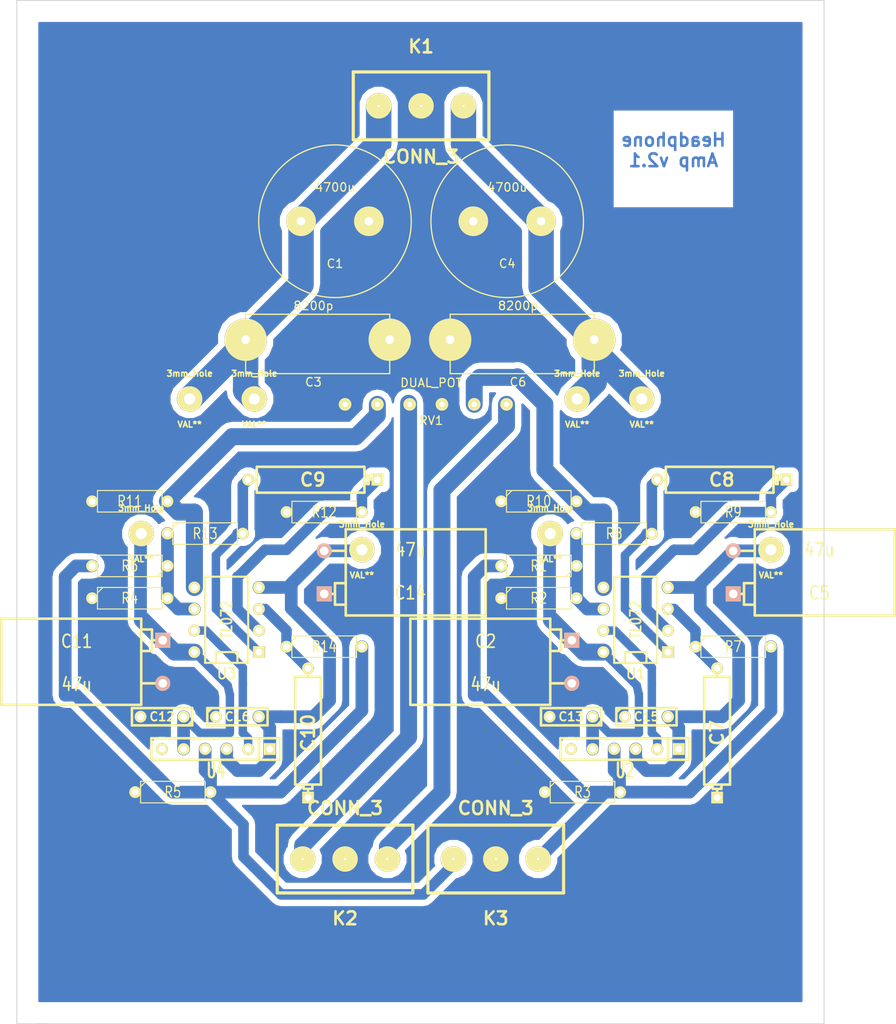
<source format=kicad_pcb>
(kicad_pcb (version 3) (host pcbnew "(2013-05-31 BZR 4019)-stable")

  (general
    (links 82)
    (no_connects 5)
    (area 34.650267 29.159999 246.559733 149.910001)
    (thickness 1.6)
    (drawings 6)
    (tracks 226)
    (zones 0)
    (modules 46)
    (nets 20)
  )

  (page A4)
  (layers
    (15 F.Cu signal)
    (0 B.Cu signal)
    (16 B.Adhes user)
    (17 F.Adhes user)
    (18 B.Paste user)
    (19 F.Paste user)
    (20 B.SilkS user)
    (21 F.SilkS user)
    (22 B.Mask user)
    (23 F.Mask user)
    (24 Dwgs.User user)
    (25 Cmts.User user)
    (26 Eco1.User user)
    (27 Eco2.User user)
    (28 Edge.Cuts user)
  )

  (setup
    (last_trace_width 1.5)
    (user_trace_width 0.5)
    (user_trace_width 1)
    (user_trace_width 1.25)
    (user_trace_width 1.5)
    (user_trace_width 2)
    (user_trace_width 2.5)
    (user_trace_width 3)
    (trace_clearance 0.254)
    (zone_clearance 0.75)
    (zone_45_only no)
    (trace_min 0.254)
    (segment_width 0.2)
    (edge_width 0.1)
    (via_size 0.889)
    (via_drill 0.635)
    (via_min_size 0.889)
    (via_min_drill 0.508)
    (uvia_size 0.508)
    (uvia_drill 0.127)
    (uvias_allowed no)
    (uvia_min_size 0.508)
    (uvia_min_drill 0.127)
    (pcb_text_width 0.3)
    (pcb_text_size 1.5 1.5)
    (mod_edge_width 0.15)
    (mod_text_size 1 1)
    (mod_text_width 0.15)
    (pad_size 1.5 1.5)
    (pad_drill 0.6)
    (pad_to_mask_clearance 0)
    (aux_axis_origin 0 0)
    (visible_elements 7FFFFFFF)
    (pcbplotparams
      (layerselection 1)
      (usegerberextensions false)
      (excludeedgelayer false)
      (linewidth 0.150000)
      (plotframeref false)
      (viasonmask false)
      (mode 1)
      (useauxorigin false)
      (hpglpennumber 1)
      (hpglpenspeed 20)
      (hpglpendiameter 15)
      (hpglpenoverlay 2)
      (psnegative false)
      (psa4output false)
      (plotreference true)
      (plotvalue true)
      (plotothertext true)
      (plotinvisibletext false)
      (padsonsilk false)
      (subtractmaskfromsilk false)
      (outputformat 2)
      (mirror false)
      (drillshape 2)
      (scaleselection 1)
      (outputdirectory ""))
  )

  (net 0 "")
  (net 1 GND)
  (net 2 N-0000010)
  (net 3 N-0000011)
  (net 4 N-0000012)
  (net 5 N-0000013)
  (net 6 N-0000014)
  (net 7 N-0000015)
  (net 8 N-0000016)
  (net 9 N-0000017)
  (net 10 N-0000018)
  (net 11 N-0000019)
  (net 12 N-000002)
  (net 13 N-0000020)
  (net 14 N-0000021)
  (net 15 N-000003)
  (net 16 N-000004)
  (net 17 N-000009)
  (net 18 VCC)
  (net 19 VEE)

  (net_class Default "This is the default net class."
    (clearance 0.254)
    (trace_width 0.254)
    (via_dia 0.889)
    (via_drill 0.635)
    (uvia_dia 0.508)
    (uvia_drill 0.127)
    (add_net "")
    (add_net GND)
    (add_net N-0000010)
    (add_net N-0000011)
    (add_net N-0000012)
    (add_net N-0000013)
    (add_net N-0000014)
    (add_net N-0000015)
    (add_net N-0000016)
    (add_net N-0000017)
    (add_net N-0000018)
    (add_net N-0000019)
    (add_net N-000002)
    (add_net N-0000020)
    (add_net N-0000021)
    (add_net N-000003)
    (add_net N-000004)
    (add_net N-000009)
    (add_net VCC)
    (add_net VEE)
  )

  (module Capacitor_4700u (layer F.Cu) (tedit 52B37EDD) (tstamp 548B4512)
    (at 93.345 55.245)
    (path /53E2205E)
    (fp_text reference C4 (at 0 5) (layer F.SilkS)
      (effects (font (size 1 1) (thickness 0.15)))
    )
    (fp_text value 4700u (at 0 -4) (layer F.SilkS)
      (effects (font (size 1 1) (thickness 0.15)))
    )
    (fp_circle (center 0 0) (end 0 9) (layer F.SilkS) (width 0.15))
    (pad 1 thru_hole circle (at -4 0) (size 3.5 3.5) (drill 1)
      (layers *.Cu *.Mask F.SilkS)
      (net 1 GND)
    )
    (pad 2 thru_hole circle (at 4 0) (size 3.5 3.5) (drill 1)
      (layers *.Cu *.Mask F.SilkS)
      (net 19 VEE)
    )
  )

  (module Capacitor_4700u (layer F.Cu) (tedit 52B37EDD) (tstamp 548B450C)
    (at 73.025 55.245)
    (path /53E22081)
    (fp_text reference C1 (at 0 5) (layer F.SilkS)
      (effects (font (size 1 1) (thickness 0.15)))
    )
    (fp_text value 4700u (at 0 -4) (layer F.SilkS)
      (effects (font (size 1 1) (thickness 0.15)))
    )
    (fp_circle (center 0 0) (end 0 9) (layer F.SilkS) (width 0.15))
    (pad 1 thru_hole circle (at -4 0) (size 3.5 3.5) (drill 1)
      (layers *.Cu *.Mask F.SilkS)
      (net 18 VCC)
    )
    (pad 2 thru_hole circle (at 4 0) (size 3.5 3.5) (drill 1)
      (layers *.Cu *.Mask F.SilkS)
      (net 1 GND)
    )
  )

  (module 6icha (layer F.Cu) (tedit 541C54FB) (tstamp 548B4503)
    (at 84.375 76.835 180)
    (path /53E262D1)
    (fp_text reference RV1 (at 0 -1.905 180) (layer F.SilkS)
      (effects (font (size 1 1) (thickness 0.15)))
    )
    (fp_text value DUAL_POT (at 0 2.54 180) (layer F.SilkS)
      (effects (font (size 1 1) (thickness 0.15)))
    )
    (pad 1 thru_hole circle (at -8.89 0 180) (size 1.5 1.5) (drill 0.6)
      (layers *.Cu *.Mask F.SilkS)
      (net 3 N-0000011)
    )
    (pad 2 thru_hole circle (at -5.08 0 180) (size 1.5 1.5) (drill 0.6)
      (layers *.Cu *.Mask F.SilkS)
      (net 10 N-0000018)
    )
    (pad 3 thru_hole circle (at -1.27 0 180) (size 1.5 1.5) (drill 0.6)
      (layers *.Cu *.Mask F.SilkS)
      (net 1 GND)
    )
    (pad 4 thru_hole circle (at 2.54 0 180) (size 1.5 1.5) (drill 0.6)
      (layers *.Cu *.Mask F.SilkS)
      (net 4 N-0000012)
    )
    (pad 5 thru_hole circle (at 6.35 0 180) (size 1.5 1.5) (drill 0.6)
      (layers *.Cu *.Mask F.SilkS)
      (net 8 N-0000016)
    )
    (pad 6 thru_hole circle (at 10.16 0 180) (size 1.5 1.5) (drill 0.6)
      (layers *.Cu *.Mask F.SilkS)
      (net 1 GND)
    )
  )

  (module C2 (layer F.Cu) (tedit 200000) (tstamp 548B44F9)
    (at 52.625 113.665 180)
    (descr "Condensateur = 2 pas")
    (tags C)
    (path /548368EE)
    (fp_text reference C12 (at 0 0 180) (layer F.SilkS)
      (effects (font (size 1.016 1.016) (thickness 0.2032)))
    )
    (fp_text value 100n (at 0 0 180) (layer F.SilkS) hide
      (effects (font (size 1.016 1.016) (thickness 0.2032)))
    )
    (fp_line (start -3.556 -1.016) (end 3.556 -1.016) (layer F.SilkS) (width 0.3048))
    (fp_line (start 3.556 -1.016) (end 3.556 1.016) (layer F.SilkS) (width 0.3048))
    (fp_line (start 3.556 1.016) (end -3.556 1.016) (layer F.SilkS) (width 0.3048))
    (fp_line (start -3.556 1.016) (end -3.556 -1.016) (layer F.SilkS) (width 0.3048))
    (fp_line (start -3.556 -0.508) (end -3.048 -1.016) (layer F.SilkS) (width 0.3048))
    (pad 1 thru_hole circle (at -2.54 0 180) (size 1.397 1.397) (drill 0.8128)
      (layers *.Cu *.Mask F.SilkS)
      (net 18 VCC)
    )
    (pad 2 thru_hole circle (at 2.54 0 180) (size 1.397 1.397) (drill 0.8128)
      (layers *.Cu *.Mask F.SilkS)
      (net 1 GND)
    )
    (model discret/capa_2pas_5x5mm.wrl
      (at (xyz 0 0 0))
      (scale (xyz 1 1 1))
      (rotate (xyz 0 0 0))
    )
  )

  (module C2 (layer F.Cu) (tedit 200000) (tstamp 548B44EF)
    (at 100.885 113.665 180)
    (descr "Condensateur = 2 pas")
    (tags C)
    (path /548368F4)
    (fp_text reference C13 (at 0 0 180) (layer F.SilkS)
      (effects (font (size 1.016 1.016) (thickness 0.2032)))
    )
    (fp_text value 100n (at 0 0 180) (layer F.SilkS) hide
      (effects (font (size 1.016 1.016) (thickness 0.2032)))
    )
    (fp_line (start -3.556 -1.016) (end 3.556 -1.016) (layer F.SilkS) (width 0.3048))
    (fp_line (start 3.556 -1.016) (end 3.556 1.016) (layer F.SilkS) (width 0.3048))
    (fp_line (start 3.556 1.016) (end -3.556 1.016) (layer F.SilkS) (width 0.3048))
    (fp_line (start -3.556 1.016) (end -3.556 -1.016) (layer F.SilkS) (width 0.3048))
    (fp_line (start -3.556 -0.508) (end -3.048 -1.016) (layer F.SilkS) (width 0.3048))
    (pad 1 thru_hole circle (at -2.54 0 180) (size 1.397 1.397) (drill 0.8128)
      (layers *.Cu *.Mask F.SilkS)
      (net 18 VCC)
    )
    (pad 2 thru_hole circle (at 2.54 0 180) (size 1.397 1.397) (drill 0.8128)
      (layers *.Cu *.Mask F.SilkS)
      (net 1 GND)
    )
    (model discret/capa_2pas_5x5mm.wrl
      (at (xyz 0 0 0))
      (scale (xyz 1 1 1))
      (rotate (xyz 0 0 0))
    )
  )

  (module C2 (layer F.Cu) (tedit 200000) (tstamp 548B44E5)
    (at 61.515 113.665)
    (descr "Condensateur = 2 pas")
    (tags C)
    (path /54836900)
    (fp_text reference C16 (at 0 0) (layer F.SilkS)
      (effects (font (size 1.016 1.016) (thickness 0.2032)))
    )
    (fp_text value 100n (at 0 0) (layer F.SilkS) hide
      (effects (font (size 1.016 1.016) (thickness 0.2032)))
    )
    (fp_line (start -3.556 -1.016) (end 3.556 -1.016) (layer F.SilkS) (width 0.3048))
    (fp_line (start 3.556 -1.016) (end 3.556 1.016) (layer F.SilkS) (width 0.3048))
    (fp_line (start 3.556 1.016) (end -3.556 1.016) (layer F.SilkS) (width 0.3048))
    (fp_line (start -3.556 1.016) (end -3.556 -1.016) (layer F.SilkS) (width 0.3048))
    (fp_line (start -3.556 -0.508) (end -3.048 -1.016) (layer F.SilkS) (width 0.3048))
    (pad 1 thru_hole circle (at -2.54 0) (size 1.397 1.397) (drill 0.8128)
      (layers *.Cu *.Mask F.SilkS)
      (net 1 GND)
    )
    (pad 2 thru_hole circle (at 2.54 0) (size 1.397 1.397) (drill 0.8128)
      (layers *.Cu *.Mask F.SilkS)
      (net 19 VEE)
    )
    (model discret/capa_2pas_5x5mm.wrl
      (at (xyz 0 0 0))
      (scale (xyz 1 1 1))
      (rotate (xyz 0 0 0))
    )
  )

  (module C2 (layer F.Cu) (tedit 200000) (tstamp 548B44DB)
    (at 109.775 113.665)
    (descr "Condensateur = 2 pas")
    (tags C)
    (path /548368FA)
    (fp_text reference C15 (at 0 0) (layer F.SilkS)
      (effects (font (size 1.016 1.016) (thickness 0.2032)))
    )
    (fp_text value 100n (at 0 0) (layer F.SilkS) hide
      (effects (font (size 1.016 1.016) (thickness 0.2032)))
    )
    (fp_line (start -3.556 -1.016) (end 3.556 -1.016) (layer F.SilkS) (width 0.3048))
    (fp_line (start 3.556 -1.016) (end 3.556 1.016) (layer F.SilkS) (width 0.3048))
    (fp_line (start 3.556 1.016) (end -3.556 1.016) (layer F.SilkS) (width 0.3048))
    (fp_line (start -3.556 1.016) (end -3.556 -1.016) (layer F.SilkS) (width 0.3048))
    (fp_line (start -3.556 -0.508) (end -3.048 -1.016) (layer F.SilkS) (width 0.3048))
    (pad 1 thru_hole circle (at -2.54 0) (size 1.397 1.397) (drill 0.8128)
      (layers *.Cu *.Mask F.SilkS)
      (net 1 GND)
    )
    (pad 2 thru_hole circle (at 2.54 0) (size 1.397 1.397) (drill 0.8128)
      (layers *.Cu *.Mask F.SilkS)
      (net 19 VEE)
    )
    (model discret/capa_2pas_5x5mm.wrl
      (at (xyz 0 0 0))
      (scale (xyz 1 1 1))
      (rotate (xyz 0 0 0))
    )
  )

  (module Capacitor_Russian (layer F.Cu) (tedit 52B36C76) (tstamp 548B44A2)
    (at 94.615 69.215)
    (path /53E220B3)
    (fp_text reference C6 (at 0 5) (layer F.SilkS)
      (effects (font (size 1 1) (thickness 0.15)))
    )
    (fp_text value 8200p (at 0 -4) (layer F.SilkS)
      (effects (font (size 1 1) (thickness 0.15)))
    )
    (fp_line (start 9 4) (end 9 -3) (layer F.SilkS) (width 0.15))
    (fp_line (start 9 -3) (end -8 -3) (layer F.SilkS) (width 0.15))
    (fp_line (start -8 -3) (end -8 4) (layer F.SilkS) (width 0.15))
    (fp_line (start -8 4) (end 9 4) (layer F.SilkS) (width 0.15))
    (pad 2 thru_hole circle (at 9 0) (size 5 5) (drill 1)
      (layers *.Cu *.Mask F.SilkS)
      (net 19 VEE)
    )
    (pad 1 thru_hole circle (at -8 0) (size 5 5) (drill 1)
      (layers *.Cu *.Mask F.SilkS)
      (net 1 GND)
    )
  )

  (module Capacitor_Russian (layer F.Cu) (tedit 52B36C76) (tstamp 548B4499)
    (at 70.485 69.215)
    (path /53E22414)
    (fp_text reference C3 (at 0 5) (layer F.SilkS)
      (effects (font (size 1 1) (thickness 0.15)))
    )
    (fp_text value 8200p (at 0 -4) (layer F.SilkS)
      (effects (font (size 1 1) (thickness 0.15)))
    )
    (fp_line (start 9 4) (end 9 -3) (layer F.SilkS) (width 0.15))
    (fp_line (start 9 -3) (end -8 -3) (layer F.SilkS) (width 0.15))
    (fp_line (start -8 -3) (end -8 4) (layer F.SilkS) (width 0.15))
    (fp_line (start -8 4) (end 9 4) (layer F.SilkS) (width 0.15))
    (pad 2 thru_hole circle (at 9 0) (size 5 5) (drill 1)
      (layers *.Cu *.Mask F.SilkS)
      (net 1 GND)
    )
    (pad 1 thru_hole circle (at -8 0) (size 5 5) (drill 1)
      (layers *.Cu *.Mask F.SilkS)
      (net 18 VCC)
    )
  )

  (module DIP-8__300 (layer F.Cu) (tedit 43A7F843) (tstamp 548B4487)
    (at 60.245 102.235 90)
    (descr "8 pins DIL package, round pads")
    (tags DIL)
    (path /53E21EA5)
    (fp_text reference U3 (at -6.35 0 180) (layer F.SilkS)
      (effects (font (size 1.27 1.143) (thickness 0.2032)))
    )
    (fp_text value TL072 (at 0 0 90) (layer F.SilkS)
      (effects (font (size 1.27 1.016) (thickness 0.2032)))
    )
    (fp_line (start -5.08 -1.27) (end -3.81 -1.27) (layer F.SilkS) (width 0.254))
    (fp_line (start -3.81 -1.27) (end -3.81 1.27) (layer F.SilkS) (width 0.254))
    (fp_line (start -3.81 1.27) (end -5.08 1.27) (layer F.SilkS) (width 0.254))
    (fp_line (start -5.08 -2.54) (end 5.08 -2.54) (layer F.SilkS) (width 0.254))
    (fp_line (start 5.08 -2.54) (end 5.08 2.54) (layer F.SilkS) (width 0.254))
    (fp_line (start 5.08 2.54) (end -5.08 2.54) (layer F.SilkS) (width 0.254))
    (fp_line (start -5.08 2.54) (end -5.08 -2.54) (layer F.SilkS) (width 0.254))
    (pad 1 thru_hole rect (at -3.81 3.81 90) (size 1.397 1.397) (drill 0.8128)
      (layers *.Cu *.Mask F.SilkS)
      (net 17 N-000009)
    )
    (pad 2 thru_hole circle (at -1.27 3.81 90) (size 1.397 1.397) (drill 0.8128)
      (layers *.Cu *.Mask F.SilkS)
      (net 2 N-0000010)
    )
    (pad 3 thru_hole circle (at 1.27 3.81 90) (size 1.397 1.397) (drill 0.8128)
      (layers *.Cu *.Mask F.SilkS)
      (net 12 N-000002)
    )
    (pad 4 thru_hole circle (at 3.81 3.81 90) (size 1.397 1.397) (drill 0.8128)
      (layers *.Cu *.Mask F.SilkS)
      (net 19 VEE)
    )
    (pad 5 thru_hole circle (at 3.81 -3.81 90) (size 1.397 1.397) (drill 0.8128)
      (layers *.Cu *.Mask F.SilkS)
      (net 8 N-0000016)
    )
    (pad 6 thru_hole circle (at 1.27 -3.81 90) (size 1.397 1.397) (drill 0.8128)
      (layers *.Cu *.Mask F.SilkS)
      (net 14 N-0000021)
    )
    (pad 7 thru_hole circle (at -1.27 -3.81 90) (size 1.397 1.397) (drill 0.8128)
      (layers *.Cu *.Mask F.SilkS)
      (net 7 N-0000015)
    )
    (pad 8 thru_hole circle (at -3.81 -3.81 90) (size 1.397 1.397) (drill 0.8128)
      (layers *.Cu *.Mask F.SilkS)
      (net 18 VCC)
    )
    (model dil/dil_8.wrl
      (at (xyz 0 0 0))
      (scale (xyz 1 1 1))
      (rotate (xyz 0 0 0))
    )
  )

  (module DIP-8__300 (layer F.Cu) (tedit 43A7F843) (tstamp 548B4475)
    (at 108.505 102.235 90)
    (descr "8 pins DIL package, round pads")
    (tags DIL)
    (path /53E21E75)
    (fp_text reference U1 (at -6.35 0 180) (layer F.SilkS)
      (effects (font (size 1.27 1.143) (thickness 0.2032)))
    )
    (fp_text value TL072 (at 0 0 90) (layer F.SilkS)
      (effects (font (size 1.27 1.016) (thickness 0.2032)))
    )
    (fp_line (start -5.08 -1.27) (end -3.81 -1.27) (layer F.SilkS) (width 0.254))
    (fp_line (start -3.81 -1.27) (end -3.81 1.27) (layer F.SilkS) (width 0.254))
    (fp_line (start -3.81 1.27) (end -5.08 1.27) (layer F.SilkS) (width 0.254))
    (fp_line (start -5.08 -2.54) (end 5.08 -2.54) (layer F.SilkS) (width 0.254))
    (fp_line (start 5.08 -2.54) (end 5.08 2.54) (layer F.SilkS) (width 0.254))
    (fp_line (start 5.08 2.54) (end -5.08 2.54) (layer F.SilkS) (width 0.254))
    (fp_line (start -5.08 2.54) (end -5.08 -2.54) (layer F.SilkS) (width 0.254))
    (pad 1 thru_hole rect (at -3.81 3.81 90) (size 1.397 1.397) (drill 0.8128)
      (layers *.Cu *.Mask F.SilkS)
      (net 15 N-000003)
    )
    (pad 2 thru_hole circle (at -1.27 3.81 90) (size 1.397 1.397) (drill 0.8128)
      (layers *.Cu *.Mask F.SilkS)
      (net 6 N-0000014)
    )
    (pad 3 thru_hole circle (at 1.27 3.81 90) (size 1.397 1.397) (drill 0.8128)
      (layers *.Cu *.Mask F.SilkS)
      (net 5 N-0000013)
    )
    (pad 4 thru_hole circle (at 3.81 3.81 90) (size 1.397 1.397) (drill 0.8128)
      (layers *.Cu *.Mask F.SilkS)
      (net 19 VEE)
    )
    (pad 5 thru_hole circle (at 3.81 -3.81 90) (size 1.397 1.397) (drill 0.8128)
      (layers *.Cu *.Mask F.SilkS)
      (net 10 N-0000018)
    )
    (pad 6 thru_hole circle (at 1.27 -3.81 90) (size 1.397 1.397) (drill 0.8128)
      (layers *.Cu *.Mask F.SilkS)
      (net 16 N-000004)
    )
    (pad 7 thru_hole circle (at -1.27 -3.81 90) (size 1.397 1.397) (drill 0.8128)
      (layers *.Cu *.Mask F.SilkS)
      (net 9 N-0000017)
    )
    (pad 8 thru_hole circle (at -3.81 -3.81 90) (size 1.397 1.397) (drill 0.8128)
      (layers *.Cu *.Mask F.SilkS)
      (net 18 VCC)
    )
    (model dil/dil_8.wrl
      (at (xyz 0 0 0))
      (scale (xyz 1 1 1))
      (rotate (xyz 0 0 0))
    )
  )

  (module R3-5 (layer F.Cu) (tedit 3F979F9F) (tstamp 548B4468)
    (at 97.075 99.695)
    (path /53E21F2C)
    (fp_text reference R2 (at 0 0) (layer F.SilkS)
      (effects (font (size 1.27 1.016) (thickness 0.1524)))
    )
    (fp_text value 1K (at 0 0) (layer F.SilkS) hide
      (effects (font (size 1.27 1.016) (thickness 0.1524)))
    )
    (fp_line (start -3.81 -0.635) (end -3.81 1.27) (layer F.SilkS) (width 0.127))
    (fp_line (start -3.81 1.27) (end 3.81 1.27) (layer F.SilkS) (width 0.127))
    (fp_line (start 3.81 1.27) (end 3.81 -1.27) (layer F.SilkS) (width 0.127))
    (fp_line (start 3.81 -1.27) (end -3.81 -1.27) (layer F.SilkS) (width 0.127))
    (fp_line (start -3.81 -1.27) (end -3.81 -0.635) (layer F.SilkS) (width 0.127))
    (fp_line (start -4.445 0) (end -3.81 0) (layer F.SilkS) (width 0.127))
    (fp_line (start 3.81 0) (end 4.445 0) (layer F.SilkS) (width 0.127))
    (fp_line (start -3.81 -0.635) (end -3.175 -1.27) (layer F.SilkS) (width 0.127))
    (pad 1 thru_hole circle (at -4.445 0) (size 1.397 1.397) (drill 0.8128)
      (layers *.Cu *.Mask F.SilkS)
      (net 1 GND)
    )
    (pad 2 thru_hole circle (at 4.445 0) (size 1.397 1.397) (drill 0.8128)
      (layers *.Cu *.Mask F.SilkS)
      (net 16 N-000004)
    )
    (model discret/resistor.wrl
      (at (xyz 0 0 0))
      (scale (xyz 0.35 0.35 0.3))
      (rotate (xyz 0 0 0))
    )
  )

  (module R3-5 (layer F.Cu) (tedit 3F979F9F) (tstamp 548B445B)
    (at 48.815 99.695)
    (path /53E221C4)
    (fp_text reference R4 (at 0 0) (layer F.SilkS)
      (effects (font (size 1.27 1.016) (thickness 0.1524)))
    )
    (fp_text value 1K (at 0 0) (layer F.SilkS) hide
      (effects (font (size 1.27 1.016) (thickness 0.1524)))
    )
    (fp_line (start -3.81 -0.635) (end -3.81 1.27) (layer F.SilkS) (width 0.127))
    (fp_line (start -3.81 1.27) (end 3.81 1.27) (layer F.SilkS) (width 0.127))
    (fp_line (start 3.81 1.27) (end 3.81 -1.27) (layer F.SilkS) (width 0.127))
    (fp_line (start 3.81 -1.27) (end -3.81 -1.27) (layer F.SilkS) (width 0.127))
    (fp_line (start -3.81 -1.27) (end -3.81 -0.635) (layer F.SilkS) (width 0.127))
    (fp_line (start -4.445 0) (end -3.81 0) (layer F.SilkS) (width 0.127))
    (fp_line (start 3.81 0) (end 4.445 0) (layer F.SilkS) (width 0.127))
    (fp_line (start -3.81 -0.635) (end -3.175 -1.27) (layer F.SilkS) (width 0.127))
    (pad 1 thru_hole circle (at -4.445 0) (size 1.397 1.397) (drill 0.8128)
      (layers *.Cu *.Mask F.SilkS)
      (net 1 GND)
    )
    (pad 2 thru_hole circle (at 4.445 0) (size 1.397 1.397) (drill 0.8128)
      (layers *.Cu *.Mask F.SilkS)
      (net 14 N-0000021)
    )
    (model discret/resistor.wrl
      (at (xyz 0 0 0))
      (scale (xyz 0.35 0.35 0.3))
      (rotate (xyz 0 0 0))
    )
  )

  (module R3-5 (layer F.Cu) (tedit 3F979F9F) (tstamp 548B444E)
    (at 97.075 88.265)
    (path /548363E1)
    (fp_text reference R10 (at 0 0) (layer F.SilkS)
      (effects (font (size 1.27 1.016) (thickness 0.1524)))
    )
    (fp_text value 47K (at 0 0) (layer F.SilkS) hide
      (effects (font (size 1.27 1.016) (thickness 0.1524)))
    )
    (fp_line (start -3.81 -0.635) (end -3.81 1.27) (layer F.SilkS) (width 0.127))
    (fp_line (start -3.81 1.27) (end 3.81 1.27) (layer F.SilkS) (width 0.127))
    (fp_line (start 3.81 1.27) (end 3.81 -1.27) (layer F.SilkS) (width 0.127))
    (fp_line (start 3.81 -1.27) (end -3.81 -1.27) (layer F.SilkS) (width 0.127))
    (fp_line (start -3.81 -1.27) (end -3.81 -0.635) (layer F.SilkS) (width 0.127))
    (fp_line (start -4.445 0) (end -3.81 0) (layer F.SilkS) (width 0.127))
    (fp_line (start 3.81 0) (end 4.445 0) (layer F.SilkS) (width 0.127))
    (fp_line (start -3.81 -0.635) (end -3.175 -1.27) (layer F.SilkS) (width 0.127))
    (pad 1 thru_hole circle (at -4.445 0) (size 1.397 1.397) (drill 0.8128)
      (layers *.Cu *.Mask F.SilkS)
      (net 1 GND)
    )
    (pad 2 thru_hole circle (at 4.445 0) (size 1.397 1.397) (drill 0.8128)
      (layers *.Cu *.Mask F.SilkS)
      (net 10 N-0000018)
    )
    (model discret/resistor.wrl
      (at (xyz 0 0 0))
      (scale (xyz 0.35 0.35 0.3))
      (rotate (xyz 0 0 0))
    )
  )

  (module R3-5 (layer F.Cu) (tedit 3F979F9F) (tstamp 548B4441)
    (at 48.815 95.885 180)
    (path /53E22794)
    (fp_text reference R6 (at 0 0 180) (layer F.SilkS)
      (effects (font (size 1.27 1.016) (thickness 0.1524)))
    )
    (fp_text value 1K (at 0 0 180) (layer F.SilkS) hide
      (effects (font (size 1.27 1.016) (thickness 0.1524)))
    )
    (fp_line (start -3.81 -0.635) (end -3.81 1.27) (layer F.SilkS) (width 0.127))
    (fp_line (start -3.81 1.27) (end 3.81 1.27) (layer F.SilkS) (width 0.127))
    (fp_line (start 3.81 1.27) (end 3.81 -1.27) (layer F.SilkS) (width 0.127))
    (fp_line (start 3.81 -1.27) (end -3.81 -1.27) (layer F.SilkS) (width 0.127))
    (fp_line (start -3.81 -1.27) (end -3.81 -0.635) (layer F.SilkS) (width 0.127))
    (fp_line (start -4.445 0) (end -3.81 0) (layer F.SilkS) (width 0.127))
    (fp_line (start 3.81 0) (end 4.445 0) (layer F.SilkS) (width 0.127))
    (fp_line (start -3.81 -0.635) (end -3.175 -1.27) (layer F.SilkS) (width 0.127))
    (pad 1 thru_hole circle (at -4.445 0 180) (size 1.397 1.397) (drill 0.8128)
      (layers *.Cu *.Mask F.SilkS)
      (net 14 N-0000021)
    )
    (pad 2 thru_hole circle (at 4.445 0 180) (size 1.397 1.397) (drill 0.8128)
      (layers *.Cu *.Mask F.SilkS)
      (net 13 N-0000020)
    )
    (model discret/resistor.wrl
      (at (xyz 0 0 0))
      (scale (xyz 0.35 0.35 0.3))
      (rotate (xyz 0 0 0))
    )
  )

  (module R3-5 (layer F.Cu) (tedit 3F979F9F) (tstamp 548B4434)
    (at 97.075 95.885 180)
    (path /53E227A6)
    (fp_text reference R1 (at 0 0 180) (layer F.SilkS)
      (effects (font (size 1.27 1.016) (thickness 0.1524)))
    )
    (fp_text value 1K (at 0 0 180) (layer F.SilkS) hide
      (effects (font (size 1.27 1.016) (thickness 0.1524)))
    )
    (fp_line (start -3.81 -0.635) (end -3.81 1.27) (layer F.SilkS) (width 0.127))
    (fp_line (start -3.81 1.27) (end 3.81 1.27) (layer F.SilkS) (width 0.127))
    (fp_line (start 3.81 1.27) (end 3.81 -1.27) (layer F.SilkS) (width 0.127))
    (fp_line (start 3.81 -1.27) (end -3.81 -1.27) (layer F.SilkS) (width 0.127))
    (fp_line (start -3.81 -1.27) (end -3.81 -0.635) (layer F.SilkS) (width 0.127))
    (fp_line (start -4.445 0) (end -3.81 0) (layer F.SilkS) (width 0.127))
    (fp_line (start 3.81 0) (end 4.445 0) (layer F.SilkS) (width 0.127))
    (fp_line (start -3.81 -0.635) (end -3.175 -1.27) (layer F.SilkS) (width 0.127))
    (pad 1 thru_hole circle (at -4.445 0 180) (size 1.397 1.397) (drill 0.8128)
      (layers *.Cu *.Mask F.SilkS)
      (net 16 N-000004)
    )
    (pad 2 thru_hole circle (at 4.445 0 180) (size 1.397 1.397) (drill 0.8128)
      (layers *.Cu *.Mask F.SilkS)
      (net 11 N-0000019)
    )
    (model discret/resistor.wrl
      (at (xyz 0 0 0))
      (scale (xyz 0.35 0.35 0.3))
      (rotate (xyz 0 0 0))
    )
  )

  (module R3-5 (layer F.Cu) (tedit 3F979F9F) (tstamp 548B4427)
    (at 53.895 122.555)
    (path /53E2287A)
    (fp_text reference R5 (at 0 0) (layer F.SilkS)
      (effects (font (size 1.27 1.016) (thickness 0.1524)))
    )
    (fp_text value 100K (at 0 0) (layer F.SilkS) hide
      (effects (font (size 1.27 1.016) (thickness 0.1524)))
    )
    (fp_line (start -3.81 -0.635) (end -3.81 1.27) (layer F.SilkS) (width 0.127))
    (fp_line (start -3.81 1.27) (end 3.81 1.27) (layer F.SilkS) (width 0.127))
    (fp_line (start 3.81 1.27) (end 3.81 -1.27) (layer F.SilkS) (width 0.127))
    (fp_line (start 3.81 -1.27) (end -3.81 -1.27) (layer F.SilkS) (width 0.127))
    (fp_line (start -3.81 -1.27) (end -3.81 -0.635) (layer F.SilkS) (width 0.127))
    (fp_line (start -4.445 0) (end -3.81 0) (layer F.SilkS) (width 0.127))
    (fp_line (start 3.81 0) (end 4.445 0) (layer F.SilkS) (width 0.127))
    (fp_line (start -3.81 -0.635) (end -3.175 -1.27) (layer F.SilkS) (width 0.127))
    (pad 1 thru_hole circle (at -4.445 0) (size 1.397 1.397) (drill 0.8128)
      (layers *.Cu *.Mask F.SilkS)
      (net 1 GND)
    )
    (pad 2 thru_hole circle (at 4.445 0) (size 1.397 1.397) (drill 0.8128)
      (layers *.Cu *.Mask F.SilkS)
      (net 13 N-0000020)
    )
    (model discret/resistor.wrl
      (at (xyz 0 0 0))
      (scale (xyz 0.35 0.35 0.3))
      (rotate (xyz 0 0 0))
    )
  )

  (module R3-5 (layer F.Cu) (tedit 3F979F9F) (tstamp 548B441A)
    (at 102.235 122.555)
    (path /53E22880)
    (fp_text reference R3 (at 0 0) (layer F.SilkS)
      (effects (font (size 1.27 1.016) (thickness 0.1524)))
    )
    (fp_text value 100K (at 0 0) (layer F.SilkS) hide
      (effects (font (size 1.27 1.016) (thickness 0.1524)))
    )
    (fp_line (start -3.81 -0.635) (end -3.81 1.27) (layer F.SilkS) (width 0.127))
    (fp_line (start -3.81 1.27) (end 3.81 1.27) (layer F.SilkS) (width 0.127))
    (fp_line (start 3.81 1.27) (end 3.81 -1.27) (layer F.SilkS) (width 0.127))
    (fp_line (start 3.81 -1.27) (end -3.81 -1.27) (layer F.SilkS) (width 0.127))
    (fp_line (start -3.81 -1.27) (end -3.81 -0.635) (layer F.SilkS) (width 0.127))
    (fp_line (start -4.445 0) (end -3.81 0) (layer F.SilkS) (width 0.127))
    (fp_line (start 3.81 0) (end 4.445 0) (layer F.SilkS) (width 0.127))
    (fp_line (start -3.81 -0.635) (end -3.175 -1.27) (layer F.SilkS) (width 0.127))
    (pad 1 thru_hole circle (at -4.445 0) (size 1.397 1.397) (drill 0.8128)
      (layers *.Cu *.Mask F.SilkS)
      (net 1 GND)
    )
    (pad 2 thru_hole circle (at 4.445 0) (size 1.397 1.397) (drill 0.8128)
      (layers *.Cu *.Mask F.SilkS)
      (net 11 N-0000019)
    )
    (model discret/resistor.wrl
      (at (xyz 0 0 0))
      (scale (xyz 0.35 0.35 0.3))
      (rotate (xyz 0 0 0))
    )
  )

  (module R3-5 (layer F.Cu) (tedit 3F979F9F) (tstamp 548B440D)
    (at 57.705 92.075)
    (path /545FCF3F)
    (fp_text reference R13 (at 0 0) (layer F.SilkS)
      (effects (font (size 1.27 1.016) (thickness 0.1524)))
    )
    (fp_text value 1K (at 0 0) (layer F.SilkS) hide
      (effects (font (size 1.27 1.016) (thickness 0.1524)))
    )
    (fp_line (start -3.81 -0.635) (end -3.81 1.27) (layer F.SilkS) (width 0.127))
    (fp_line (start -3.81 1.27) (end 3.81 1.27) (layer F.SilkS) (width 0.127))
    (fp_line (start 3.81 1.27) (end 3.81 -1.27) (layer F.SilkS) (width 0.127))
    (fp_line (start 3.81 -1.27) (end -3.81 -1.27) (layer F.SilkS) (width 0.127))
    (fp_line (start -3.81 -1.27) (end -3.81 -0.635) (layer F.SilkS) (width 0.127))
    (fp_line (start -4.445 0) (end -3.81 0) (layer F.SilkS) (width 0.127))
    (fp_line (start 3.81 0) (end 4.445 0) (layer F.SilkS) (width 0.127))
    (fp_line (start -3.81 -0.635) (end -3.175 -1.27) (layer F.SilkS) (width 0.127))
    (pad 1 thru_hole circle (at -4.445 0) (size 1.397 1.397) (drill 0.8128)
      (layers *.Cu *.Mask F.SilkS)
      (net 14 N-0000021)
    )
    (pad 2 thru_hole circle (at 4.445 0) (size 1.397 1.397) (drill 0.8128)
      (layers *.Cu *.Mask F.SilkS)
      (net 17 N-000009)
    )
    (model discret/resistor.wrl
      (at (xyz 0 0 0))
      (scale (xyz 0.35 0.35 0.3))
      (rotate (xyz 0 0 0))
    )
  )

  (module R3-5 (layer F.Cu) (tedit 3F979F9F) (tstamp 548B4400)
    (at 48.815 88.265 180)
    (path /548363B2)
    (fp_text reference R11 (at 0 0 180) (layer F.SilkS)
      (effects (font (size 1.27 1.016) (thickness 0.1524)))
    )
    (fp_text value 47K (at 0 0 180) (layer F.SilkS) hide
      (effects (font (size 1.27 1.016) (thickness 0.1524)))
    )
    (fp_line (start -3.81 -0.635) (end -3.81 1.27) (layer F.SilkS) (width 0.127))
    (fp_line (start -3.81 1.27) (end 3.81 1.27) (layer F.SilkS) (width 0.127))
    (fp_line (start 3.81 1.27) (end 3.81 -1.27) (layer F.SilkS) (width 0.127))
    (fp_line (start 3.81 -1.27) (end -3.81 -1.27) (layer F.SilkS) (width 0.127))
    (fp_line (start -3.81 -1.27) (end -3.81 -0.635) (layer F.SilkS) (width 0.127))
    (fp_line (start -4.445 0) (end -3.81 0) (layer F.SilkS) (width 0.127))
    (fp_line (start 3.81 0) (end 4.445 0) (layer F.SilkS) (width 0.127))
    (fp_line (start -3.81 -0.635) (end -3.175 -1.27) (layer F.SilkS) (width 0.127))
    (pad 1 thru_hole circle (at -4.445 0 180) (size 1.397 1.397) (drill 0.8128)
      (layers *.Cu *.Mask F.SilkS)
      (net 8 N-0000016)
    )
    (pad 2 thru_hole circle (at 4.445 0 180) (size 1.397 1.397) (drill 0.8128)
      (layers *.Cu *.Mask F.SilkS)
      (net 1 GND)
    )
    (model discret/resistor.wrl
      (at (xyz 0 0 0))
      (scale (xyz 0.35 0.35 0.3))
      (rotate (xyz 0 0 0))
    )
  )

  (module R3-5 (layer F.Cu) (tedit 3F979F9F) (tstamp 548B43F3)
    (at 71.755 89.535 180)
    (path /545FD1D2)
    (fp_text reference R12 (at 0 0 180) (layer F.SilkS)
      (effects (font (size 1.27 1.016) (thickness 0.1524)))
    )
    (fp_text value 1M (at 0 0 180) (layer F.SilkS) hide
      (effects (font (size 1.27 1.016) (thickness 0.1524)))
    )
    (fp_line (start -3.81 -0.635) (end -3.81 1.27) (layer F.SilkS) (width 0.127))
    (fp_line (start -3.81 1.27) (end 3.81 1.27) (layer F.SilkS) (width 0.127))
    (fp_line (start 3.81 1.27) (end 3.81 -1.27) (layer F.SilkS) (width 0.127))
    (fp_line (start 3.81 -1.27) (end -3.81 -1.27) (layer F.SilkS) (width 0.127))
    (fp_line (start -3.81 -1.27) (end -3.81 -0.635) (layer F.SilkS) (width 0.127))
    (fp_line (start -4.445 0) (end -3.81 0) (layer F.SilkS) (width 0.127))
    (fp_line (start 3.81 0) (end 4.445 0) (layer F.SilkS) (width 0.127))
    (fp_line (start -3.81 -0.635) (end -3.175 -1.27) (layer F.SilkS) (width 0.127))
    (pad 1 thru_hole circle (at -4.445 0 180) (size 1.397 1.397) (drill 0.8128)
      (layers *.Cu *.Mask F.SilkS)
      (net 2 N-0000010)
    )
    (pad 2 thru_hole circle (at 4.445 0 180) (size 1.397 1.397) (drill 0.8128)
      (layers *.Cu *.Mask F.SilkS)
      (net 1 GND)
    )
    (model discret/resistor.wrl
      (at (xyz 0 0 0))
      (scale (xyz 0.35 0.35 0.3))
      (rotate (xyz 0 0 0))
    )
  )

  (module R3-5 (layer F.Cu) (tedit 3F979F9F) (tstamp 548B43E6)
    (at 71.755 105.41)
    (path /545FD281)
    (fp_text reference R14 (at 0 0) (layer F.SilkS)
      (effects (font (size 1.27 1.016) (thickness 0.1524)))
    )
    (fp_text value 1M (at 0 0) (layer F.SilkS) hide
      (effects (font (size 1.27 1.016) (thickness 0.1524)))
    )
    (fp_line (start -3.81 -0.635) (end -3.81 1.27) (layer F.SilkS) (width 0.127))
    (fp_line (start -3.81 1.27) (end 3.81 1.27) (layer F.SilkS) (width 0.127))
    (fp_line (start 3.81 1.27) (end 3.81 -1.27) (layer F.SilkS) (width 0.127))
    (fp_line (start 3.81 -1.27) (end -3.81 -1.27) (layer F.SilkS) (width 0.127))
    (fp_line (start -3.81 -1.27) (end -3.81 -0.635) (layer F.SilkS) (width 0.127))
    (fp_line (start -4.445 0) (end -3.81 0) (layer F.SilkS) (width 0.127))
    (fp_line (start 3.81 0) (end 4.445 0) (layer F.SilkS) (width 0.127))
    (fp_line (start -3.81 -0.635) (end -3.175 -1.27) (layer F.SilkS) (width 0.127))
    (pad 1 thru_hole circle (at -4.445 0) (size 1.397 1.397) (drill 0.8128)
      (layers *.Cu *.Mask F.SilkS)
      (net 12 N-000002)
    )
    (pad 2 thru_hole circle (at 4.445 0) (size 1.397 1.397) (drill 0.8128)
      (layers *.Cu *.Mask F.SilkS)
      (net 13 N-0000020)
    )
    (model discret/resistor.wrl
      (at (xyz 0 0 0))
      (scale (xyz 0.35 0.35 0.3))
      (rotate (xyz 0 0 0))
    )
  )

  (module R3-5 (layer F.Cu) (tedit 3F979F9F) (tstamp 548B43D9)
    (at 120.015 105.41)
    (path /545FD76E)
    (fp_text reference R7 (at 0 0) (layer F.SilkS)
      (effects (font (size 1.27 1.016) (thickness 0.1524)))
    )
    (fp_text value 1M (at 0 0) (layer F.SilkS) hide
      (effects (font (size 1.27 1.016) (thickness 0.1524)))
    )
    (fp_line (start -3.81 -0.635) (end -3.81 1.27) (layer F.SilkS) (width 0.127))
    (fp_line (start -3.81 1.27) (end 3.81 1.27) (layer F.SilkS) (width 0.127))
    (fp_line (start 3.81 1.27) (end 3.81 -1.27) (layer F.SilkS) (width 0.127))
    (fp_line (start 3.81 -1.27) (end -3.81 -1.27) (layer F.SilkS) (width 0.127))
    (fp_line (start -3.81 -1.27) (end -3.81 -0.635) (layer F.SilkS) (width 0.127))
    (fp_line (start -4.445 0) (end -3.81 0) (layer F.SilkS) (width 0.127))
    (fp_line (start 3.81 0) (end 4.445 0) (layer F.SilkS) (width 0.127))
    (fp_line (start -3.81 -0.635) (end -3.175 -1.27) (layer F.SilkS) (width 0.127))
    (pad 1 thru_hole circle (at -4.445 0) (size 1.397 1.397) (drill 0.8128)
      (layers *.Cu *.Mask F.SilkS)
      (net 5 N-0000013)
    )
    (pad 2 thru_hole circle (at 4.445 0) (size 1.397 1.397) (drill 0.8128)
      (layers *.Cu *.Mask F.SilkS)
      (net 11 N-0000019)
    )
    (model discret/resistor.wrl
      (at (xyz 0 0 0))
      (scale (xyz 0.35 0.35 0.3))
      (rotate (xyz 0 0 0))
    )
  )

  (module R3-5 (layer F.Cu) (tedit 3F979F9F) (tstamp 548B43CC)
    (at 105.965 92.075 180)
    (path /545FD4E3)
    (fp_text reference R8 (at 0 0 180) (layer F.SilkS)
      (effects (font (size 1.27 1.016) (thickness 0.1524)))
    )
    (fp_text value 1K (at 0 0 180) (layer F.SilkS) hide
      (effects (font (size 1.27 1.016) (thickness 0.1524)))
    )
    (fp_line (start -3.81 -0.635) (end -3.81 1.27) (layer F.SilkS) (width 0.127))
    (fp_line (start -3.81 1.27) (end 3.81 1.27) (layer F.SilkS) (width 0.127))
    (fp_line (start 3.81 1.27) (end 3.81 -1.27) (layer F.SilkS) (width 0.127))
    (fp_line (start 3.81 -1.27) (end -3.81 -1.27) (layer F.SilkS) (width 0.127))
    (fp_line (start -3.81 -1.27) (end -3.81 -0.635) (layer F.SilkS) (width 0.127))
    (fp_line (start -4.445 0) (end -3.81 0) (layer F.SilkS) (width 0.127))
    (fp_line (start 3.81 0) (end 4.445 0) (layer F.SilkS) (width 0.127))
    (fp_line (start -3.81 -0.635) (end -3.175 -1.27) (layer F.SilkS) (width 0.127))
    (pad 1 thru_hole circle (at -4.445 0 180) (size 1.397 1.397) (drill 0.8128)
      (layers *.Cu *.Mask F.SilkS)
      (net 15 N-000003)
    )
    (pad 2 thru_hole circle (at 4.445 0 180) (size 1.397 1.397) (drill 0.8128)
      (layers *.Cu *.Mask F.SilkS)
      (net 16 N-000004)
    )
    (model discret/resistor.wrl
      (at (xyz 0 0 0))
      (scale (xyz 0.35 0.35 0.3))
      (rotate (xyz 0 0 0))
    )
  )

  (module R3-5 (layer F.Cu) (tedit 3F979F9F) (tstamp 548B43BF)
    (at 120.015 89.535 180)
    (path /545FD5EA)
    (fp_text reference R9 (at 0 0 180) (layer F.SilkS)
      (effects (font (size 1.27 1.016) (thickness 0.1524)))
    )
    (fp_text value 1M (at 0 0 180) (layer F.SilkS) hide
      (effects (font (size 1.27 1.016) (thickness 0.1524)))
    )
    (fp_line (start -3.81 -0.635) (end -3.81 1.27) (layer F.SilkS) (width 0.127))
    (fp_line (start -3.81 1.27) (end 3.81 1.27) (layer F.SilkS) (width 0.127))
    (fp_line (start 3.81 1.27) (end 3.81 -1.27) (layer F.SilkS) (width 0.127))
    (fp_line (start 3.81 -1.27) (end -3.81 -1.27) (layer F.SilkS) (width 0.127))
    (fp_line (start -3.81 -1.27) (end -3.81 -0.635) (layer F.SilkS) (width 0.127))
    (fp_line (start -4.445 0) (end -3.81 0) (layer F.SilkS) (width 0.127))
    (fp_line (start 3.81 0) (end 4.445 0) (layer F.SilkS) (width 0.127))
    (fp_line (start -3.81 -0.635) (end -3.175 -1.27) (layer F.SilkS) (width 0.127))
    (pad 1 thru_hole circle (at -4.445 0 180) (size 1.397 1.397) (drill 0.8128)
      (layers *.Cu *.Mask F.SilkS)
      (net 6 N-0000014)
    )
    (pad 2 thru_hole circle (at 4.445 0 180) (size 1.397 1.397) (drill 0.8128)
      (layers *.Cu *.Mask F.SilkS)
      (net 1 GND)
    )
    (model discret/resistor.wrl
      (at (xyz 0 0 0))
      (scale (xyz 0.35 0.35 0.3))
      (rotate (xyz 0 0 0))
    )
  )

  (module Screw_3hole (layer F.Cu) (tedit 521E41AF) (tstamp 548B43B3)
    (at 91.995 131.445 180)
    (path /53E2267E)
    (fp_text reference K3 (at 0 -5.99948 180) (layer F.SilkS)
      (effects (font (size 1.524 1.524) (thickness 0.3048)))
    )
    (fp_text value CONN_3 (at 0 7.00024 180) (layer F.SilkS)
      (effects (font (size 1.524 1.524) (thickness 0.3048)))
    )
    (fp_line (start -8.001 5.00126) (end -7.00024 5.00126) (layer F.SilkS) (width 0.381))
    (fp_line (start -8.001 -2.99974) (end -7.00024 -2.99974) (layer F.SilkS) (width 0.381))
    (fp_line (start 8.001 5.00126) (end 8.001 -2.99974) (layer F.SilkS) (width 0.381))
    (fp_line (start -8.001 -2.99974) (end -8.001 5.00126) (layer F.SilkS) (width 0.381))
    (fp_line (start -7.00024 5.00126) (end 7.99846 5.00126) (layer F.SilkS) (width 0.381))
    (fp_line (start 7.99846 -2.99974) (end -7.00024 -2.99974) (layer F.SilkS) (width 0.381))
    (pad 1 thru_hole circle (at -5.00126 1.00076 180) (size 2.99974 2.99974) (drill 0.254)
      (layers *.Cu *.Mask F.SilkS)
      (net 11 N-0000019)
    )
    (pad 2 thru_hole circle (at 0 1.00076 180) (size 2.99974 2.99974) (drill 0.254)
      (layers *.Cu *.Mask F.SilkS)
      (net 1 GND)
    )
    (pad 3 thru_hole circle (at 5.00126 1.00076 180) (size 2.99974 2.99974) (drill 0.254)
      (layers *.Cu *.Mask F.SilkS)
      (net 13 N-0000020)
    )
  )

  (module Screw_3hole (layer F.Cu) (tedit 521E41AF) (tstamp 548B43A7)
    (at 83.185 40.64)
    (path /53E22001)
    (fp_text reference K1 (at 0 -5.99948) (layer F.SilkS)
      (effects (font (size 1.524 1.524) (thickness 0.3048)))
    )
    (fp_text value CONN_3 (at 0 7.00024) (layer F.SilkS)
      (effects (font (size 1.524 1.524) (thickness 0.3048)))
    )
    (fp_line (start -8.001 5.00126) (end -7.00024 5.00126) (layer F.SilkS) (width 0.381))
    (fp_line (start -8.001 -2.99974) (end -7.00024 -2.99974) (layer F.SilkS) (width 0.381))
    (fp_line (start 8.001 5.00126) (end 8.001 -2.99974) (layer F.SilkS) (width 0.381))
    (fp_line (start -8.001 -2.99974) (end -8.001 5.00126) (layer F.SilkS) (width 0.381))
    (fp_line (start -7.00024 5.00126) (end 7.99846 5.00126) (layer F.SilkS) (width 0.381))
    (fp_line (start 7.99846 -2.99974) (end -7.00024 -2.99974) (layer F.SilkS) (width 0.381))
    (pad 1 thru_hole circle (at -5.00126 1.00076) (size 2.99974 2.99974) (drill 0.254)
      (layers *.Cu *.Mask F.SilkS)
      (net 18 VCC)
    )
    (pad 2 thru_hole circle (at 0 1.00076) (size 2.99974 2.99974) (drill 0.254)
      (layers *.Cu *.Mask F.SilkS)
      (net 1 GND)
    )
    (pad 3 thru_hole circle (at 5.00126 1.00076) (size 2.99974 2.99974) (drill 0.254)
      (layers *.Cu *.Mask F.SilkS)
      (net 19 VEE)
    )
  )

  (module Screw_3hole (layer F.Cu) (tedit 521E41AF) (tstamp 548B439B)
    (at 74.215 131.445 180)
    (path /53E21EBA)
    (fp_text reference K2 (at 0 -5.99948 180) (layer F.SilkS)
      (effects (font (size 1.524 1.524) (thickness 0.3048)))
    )
    (fp_text value CONN_3 (at 0 7.00024 180) (layer F.SilkS)
      (effects (font (size 1.524 1.524) (thickness 0.3048)))
    )
    (fp_line (start -8.001 5.00126) (end -7.00024 5.00126) (layer F.SilkS) (width 0.381))
    (fp_line (start -8.001 -2.99974) (end -7.00024 -2.99974) (layer F.SilkS) (width 0.381))
    (fp_line (start 8.001 5.00126) (end 8.001 -2.99974) (layer F.SilkS) (width 0.381))
    (fp_line (start -8.001 -2.99974) (end -8.001 5.00126) (layer F.SilkS) (width 0.381))
    (fp_line (start -7.00024 5.00126) (end 7.99846 5.00126) (layer F.SilkS) (width 0.381))
    (fp_line (start 7.99846 -2.99974) (end -7.00024 -2.99974) (layer F.SilkS) (width 0.381))
    (pad 1 thru_hole circle (at -5.00126 1.00076 180) (size 2.99974 2.99974) (drill 0.254)
      (layers *.Cu *.Mask F.SilkS)
      (net 3 N-0000011)
    )
    (pad 2 thru_hole circle (at 0 1.00076 180) (size 2.99974 2.99974) (drill 0.254)
      (layers *.Cu *.Mask F.SilkS)
      (net 1 GND)
    )
    (pad 3 thru_hole circle (at 5.00126 1.00076 180) (size 2.99974 2.99974) (drill 0.254)
      (layers *.Cu *.Mask F.SilkS)
      (net 4 N-0000012)
    )
  )

  (module SIL-6 (layer F.Cu) (tedit 200000) (tstamp 548B438D)
    (at 58.975 117.475 180)
    (descr "Connecteur 6 pins")
    (tags "CONN DEV")
    (path /53E225B7)
    (fp_text reference U4 (at 0 -2.54 180) (layer F.SilkS)
      (effects (font (size 1.72974 1.08712) (thickness 0.3048)))
    )
    (fp_text value LME49600 (at 0 -2.54 180) (layer F.SilkS) hide
      (effects (font (size 1.524 1.016) (thickness 0.3048)))
    )
    (fp_line (start -7.62 1.27) (end -7.62 -1.27) (layer F.SilkS) (width 0.3048))
    (fp_line (start -7.62 -1.27) (end 7.62 -1.27) (layer F.SilkS) (width 0.3048))
    (fp_line (start 7.62 -1.27) (end 7.62 1.27) (layer F.SilkS) (width 0.3048))
    (fp_line (start 7.62 1.27) (end -7.62 1.27) (layer F.SilkS) (width 0.3048))
    (fp_line (start -5.08 1.27) (end -5.08 -1.27) (layer F.SilkS) (width 0.3048))
    (pad 1 thru_hole rect (at -6.35 0 180) (size 1.397 1.397) (drill 0.8128)
      (layers *.Cu *.Mask F.SilkS)
      (net 19 VEE)
    )
    (pad 2 thru_hole circle (at -3.81 0 180) (size 1.397 1.397) (drill 0.8128)
      (layers *.Cu *.Mask F.SilkS)
      (net 7 N-0000015)
    )
    (pad 3 thru_hole circle (at -1.27 0 180) (size 1.397 1.397) (drill 0.8128)
      (layers *.Cu *.Mask F.SilkS)
      (net 19 VEE)
    )
    (pad 4 thru_hole circle (at 1.27 0 180) (size 1.397 1.397) (drill 0.8128)
      (layers *.Cu *.Mask F.SilkS)
      (net 13 N-0000020)
    )
    (pad 5 thru_hole circle (at 3.81 0 180) (size 1.397 1.397) (drill 0.8128)
      (layers *.Cu *.Mask F.SilkS)
      (net 18 VCC)
    )
    (pad 6 thru_hole circle (at 6.35 0 180) (size 1.397 1.397) (drill 0.8128)
      (layers *.Cu *.Mask F.SilkS)
    )
  )

  (module SIL-6 (layer F.Cu) (tedit 200000) (tstamp 548B437F)
    (at 107.235 117.475 180)
    (descr "Connecteur 6 pins")
    (tags "CONN DEV")
    (path /53E225A8)
    (fp_text reference U2 (at 0 -2.54 180) (layer F.SilkS)
      (effects (font (size 1.72974 1.08712) (thickness 0.3048)))
    )
    (fp_text value LME49600 (at 0 -2.54 180) (layer F.SilkS) hide
      (effects (font (size 1.524 1.016) (thickness 0.3048)))
    )
    (fp_line (start -7.62 1.27) (end -7.62 -1.27) (layer F.SilkS) (width 0.3048))
    (fp_line (start -7.62 -1.27) (end 7.62 -1.27) (layer F.SilkS) (width 0.3048))
    (fp_line (start 7.62 -1.27) (end 7.62 1.27) (layer F.SilkS) (width 0.3048))
    (fp_line (start 7.62 1.27) (end -7.62 1.27) (layer F.SilkS) (width 0.3048))
    (fp_line (start -5.08 1.27) (end -5.08 -1.27) (layer F.SilkS) (width 0.3048))
    (pad 1 thru_hole rect (at -6.35 0 180) (size 1.397 1.397) (drill 0.8128)
      (layers *.Cu *.Mask F.SilkS)
      (net 19 VEE)
    )
    (pad 2 thru_hole circle (at -3.81 0 180) (size 1.397 1.397) (drill 0.8128)
      (layers *.Cu *.Mask F.SilkS)
      (net 9 N-0000017)
    )
    (pad 3 thru_hole circle (at -1.27 0 180) (size 1.397 1.397) (drill 0.8128)
      (layers *.Cu *.Mask F.SilkS)
      (net 19 VEE)
    )
    (pad 4 thru_hole circle (at 1.27 0 180) (size 1.397 1.397) (drill 0.8128)
      (layers *.Cu *.Mask F.SilkS)
      (net 11 N-0000019)
    )
    (pad 5 thru_hole circle (at 3.81 0 180) (size 1.397 1.397) (drill 0.8128)
      (layers *.Cu *.Mask F.SilkS)
      (net 18 VCC)
    )
    (pad 6 thru_hole circle (at 6.35 0 180) (size 1.397 1.397) (drill 0.8128)
      (layers *.Cu *.Mask F.SilkS)
    )
  )

  (module CPR10X16 (layer F.Cu) (tedit 416BBCDD) (tstamp 548B44D5)
    (at 120.015 96.52 180)
    (descr "Condensateur polarise couche")
    (tags CP)
    (path /53E223B0)
    (fp_text reference C5 (at -10.16 -2.54 180) (layer F.SilkS)
      (effects (font (size 1.524 1.27) (thickness 0.2032)))
    )
    (fp_text value 47u (at -10.16 2.54 180) (layer F.SilkS)
      (effects (font (size 1.524 1.27) (thickness 0.2032)))
    )
    (fp_line (start -2.54 -5.207) (end -19.05 -5.207) (layer F.SilkS) (width 0.3048))
    (fp_line (start -19.05 -5.207) (end -19.05 4.953) (layer F.SilkS) (width 0.3048))
    (fp_line (start -19.05 4.953) (end -2.54 4.953) (layer F.SilkS) (width 0.3048))
    (fp_line (start -2.54 4.953) (end -2.54 -5.207) (layer F.SilkS) (width 0.3048))
    (fp_line (start -2.54 -3.937) (end -1.27 -3.937) (layer F.SilkS) (width 0.3048))
    (fp_line (start -1.27 -3.937) (end -1.27 -1.397) (layer F.SilkS) (width 0.3048))
    (fp_line (start -1.27 -1.397) (end -2.54 -1.397) (layer F.SilkS) (width 0.3048))
    (fp_line (start -1.27 -2.667) (end 0 -2.667) (layer F.SilkS) (width 0.3048))
    (fp_line (start -2.54 2.413) (end 0 2.413) (layer F.SilkS) (width 0.3048))
    (pad 1 thru_hole rect (at 0 -2.667 180) (size 1.778 1.778) (drill 1.016)
      (layers *.Cu *.SilkS *.Mask)
      (net 1 GND)
    )
    (pad 2 thru_hole circle (at 0 2.413 180) (size 1.778 1.778) (drill 1.016)
      (layers *.Cu *.SilkS *.Mask)
      (net 19 VEE)
    )
    (model discret/c_horiz_c2v10.wrl
      (at (xyz 0 0 0))
      (scale (xyz 1 1 1))
      (rotate (xyz 0 0 0))
    )
  )

  (module CPR10X16 (layer F.Cu) (tedit 416BBCDD) (tstamp 548B44CF)
    (at 100.965 107.315)
    (descr "Condensateur polarise couche")
    (tags CP)
    (path /53E2240E)
    (fp_text reference C2 (at -10.16 -2.54) (layer F.SilkS)
      (effects (font (size 1.524 1.27) (thickness 0.2032)))
    )
    (fp_text value 47u (at -10.16 2.54) (layer F.SilkS)
      (effects (font (size 1.524 1.27) (thickness 0.2032)))
    )
    (fp_line (start -2.54 -5.207) (end -19.05 -5.207) (layer F.SilkS) (width 0.3048))
    (fp_line (start -19.05 -5.207) (end -19.05 4.953) (layer F.SilkS) (width 0.3048))
    (fp_line (start -19.05 4.953) (end -2.54 4.953) (layer F.SilkS) (width 0.3048))
    (fp_line (start -2.54 4.953) (end -2.54 -5.207) (layer F.SilkS) (width 0.3048))
    (fp_line (start -2.54 -3.937) (end -1.27 -3.937) (layer F.SilkS) (width 0.3048))
    (fp_line (start -1.27 -3.937) (end -1.27 -1.397) (layer F.SilkS) (width 0.3048))
    (fp_line (start -1.27 -1.397) (end -2.54 -1.397) (layer F.SilkS) (width 0.3048))
    (fp_line (start -1.27 -2.667) (end 0 -2.667) (layer F.SilkS) (width 0.3048))
    (fp_line (start -2.54 2.413) (end 0 2.413) (layer F.SilkS) (width 0.3048))
    (pad 1 thru_hole rect (at 0 -2.667) (size 1.778 1.778) (drill 1.016)
      (layers *.Cu *.SilkS *.Mask)
      (net 18 VCC)
    )
    (pad 2 thru_hole circle (at 0 2.413) (size 1.778 1.778) (drill 1.016)
      (layers *.Cu *.SilkS *.Mask)
      (net 1 GND)
    )
    (model discret/c_horiz_c2v10.wrl
      (at (xyz 0 0 0))
      (scale (xyz 1 1 1))
      (rotate (xyz 0 0 0))
    )
  )

  (module CP6 (layer F.Cu) (tedit 200000) (tstamp 548B44C9)
    (at 70.405 85.725 180)
    (descr "Condensateur polarise")
    (tags CP)
    (path /545FD104)
    (fp_text reference C9 (at 0 0 180) (layer F.SilkS)
      (effects (font (size 1.524 1.524) (thickness 0.3048)))
    )
    (fp_text value 1u (at 0.635 0 180) (layer F.SilkS) hide
      (effects (font (size 1.524 1.524) (thickness 0.3048)))
    )
    (fp_line (start -7.62 0) (end -6.604 0) (layer F.SilkS) (width 0.3048))
    (fp_line (start -6.096 0.508) (end -6.604 0.508) (layer F.SilkS) (width 0.3048))
    (fp_line (start -6.604 0.508) (end -6.604 -0.508) (layer F.SilkS) (width 0.3048))
    (fp_line (start -6.604 -0.508) (end -6.096 -0.508) (layer F.SilkS) (width 0.3048))
    (fp_line (start 7.62 0) (end 6.604 0) (layer F.SilkS) (width 0.3048))
    (fp_line (start 6.604 0) (end 6.604 -1.524) (layer F.SilkS) (width 0.3048))
    (fp_line (start 6.604 -1.524) (end -6.096 -1.524) (layer F.SilkS) (width 0.3048))
    (fp_line (start -6.096 -1.524) (end -6.096 1.524) (layer F.SilkS) (width 0.3048))
    (fp_line (start -6.096 1.524) (end 6.604 1.524) (layer F.SilkS) (width 0.3048))
    (fp_line (start 6.604 1.524) (end 6.604 0) (layer F.SilkS) (width 0.3048))
    (pad 1 thru_hole rect (at -7.62 0 180) (size 1.397 1.397) (drill 0.8128)
      (layers *.Cu *.Mask F.SilkS)
      (net 2 N-0000010)
    )
    (pad 2 thru_hole circle (at 7.62 0 180) (size 1.397 1.397) (drill 0.8128)
      (layers *.Cu *.Mask F.SilkS)
      (net 17 N-000009)
    )
    (model discret/c_pol.wrl
      (at (xyz 0 0 0))
      (scale (xyz 0.6 0.6 0.6))
      (rotate (xyz 0 0 0))
    )
  )

  (module CP6 (layer F.Cu) (tedit 200000) (tstamp 548B44C3)
    (at 69.85 115.57 90)
    (descr "Condensateur polarise")
    (tags CP)
    (path /545FD329)
    (fp_text reference C10 (at 0 0 90) (layer F.SilkS)
      (effects (font (size 1.524 1.524) (thickness 0.3048)))
    )
    (fp_text value 1u (at 0.635 0 90) (layer F.SilkS) hide
      (effects (font (size 1.524 1.524) (thickness 0.3048)))
    )
    (fp_line (start -7.62 0) (end -6.604 0) (layer F.SilkS) (width 0.3048))
    (fp_line (start -6.096 0.508) (end -6.604 0.508) (layer F.SilkS) (width 0.3048))
    (fp_line (start -6.604 0.508) (end -6.604 -0.508) (layer F.SilkS) (width 0.3048))
    (fp_line (start -6.604 -0.508) (end -6.096 -0.508) (layer F.SilkS) (width 0.3048))
    (fp_line (start 7.62 0) (end 6.604 0) (layer F.SilkS) (width 0.3048))
    (fp_line (start 6.604 0) (end 6.604 -1.524) (layer F.SilkS) (width 0.3048))
    (fp_line (start 6.604 -1.524) (end -6.096 -1.524) (layer F.SilkS) (width 0.3048))
    (fp_line (start -6.096 -1.524) (end -6.096 1.524) (layer F.SilkS) (width 0.3048))
    (fp_line (start -6.096 1.524) (end 6.604 1.524) (layer F.SilkS) (width 0.3048))
    (fp_line (start 6.604 1.524) (end 6.604 0) (layer F.SilkS) (width 0.3048))
    (pad 1 thru_hole rect (at -7.62 0 90) (size 1.397 1.397) (drill 0.8128)
      (layers *.Cu *.Mask F.SilkS)
      (net 1 GND)
    )
    (pad 2 thru_hole circle (at 7.62 0 90) (size 1.397 1.397) (drill 0.8128)
      (layers *.Cu *.Mask F.SilkS)
      (net 12 N-000002)
    )
    (model discret/c_pol.wrl
      (at (xyz 0 0 0))
      (scale (xyz 0.6 0.6 0.6))
      (rotate (xyz 0 0 0))
    )
  )

  (module CP6 (layer F.Cu) (tedit 200000) (tstamp 548B44BD)
    (at 118.665 85.725 180)
    (descr "Condensateur polarise")
    (tags CP)
    (path /545FD4DD)
    (fp_text reference C8 (at 0 0 180) (layer F.SilkS)
      (effects (font (size 1.524 1.524) (thickness 0.3048)))
    )
    (fp_text value 1u (at 0.635 0 180) (layer F.SilkS) hide
      (effects (font (size 1.524 1.524) (thickness 0.3048)))
    )
    (fp_line (start -7.62 0) (end -6.604 0) (layer F.SilkS) (width 0.3048))
    (fp_line (start -6.096 0.508) (end -6.604 0.508) (layer F.SilkS) (width 0.3048))
    (fp_line (start -6.604 0.508) (end -6.604 -0.508) (layer F.SilkS) (width 0.3048))
    (fp_line (start -6.604 -0.508) (end -6.096 -0.508) (layer F.SilkS) (width 0.3048))
    (fp_line (start 7.62 0) (end 6.604 0) (layer F.SilkS) (width 0.3048))
    (fp_line (start 6.604 0) (end 6.604 -1.524) (layer F.SilkS) (width 0.3048))
    (fp_line (start 6.604 -1.524) (end -6.096 -1.524) (layer F.SilkS) (width 0.3048))
    (fp_line (start -6.096 -1.524) (end -6.096 1.524) (layer F.SilkS) (width 0.3048))
    (fp_line (start -6.096 1.524) (end 6.604 1.524) (layer F.SilkS) (width 0.3048))
    (fp_line (start 6.604 1.524) (end 6.604 0) (layer F.SilkS) (width 0.3048))
    (pad 1 thru_hole rect (at -7.62 0 180) (size 1.397 1.397) (drill 0.8128)
      (layers *.Cu *.Mask F.SilkS)
      (net 6 N-0000014)
    )
    (pad 2 thru_hole circle (at 7.62 0 180) (size 1.397 1.397) (drill 0.8128)
      (layers *.Cu *.Mask F.SilkS)
      (net 15 N-000003)
    )
    (model discret/c_pol.wrl
      (at (xyz 0 0 0))
      (scale (xyz 0.6 0.6 0.6))
      (rotate (xyz 0 0 0))
    )
  )

  (module CPR10X16 (layer F.Cu) (tedit 416BBCDD) (tstamp 548B44B7)
    (at 71.755 96.52 180)
    (descr "Condensateur polarise couche")
    (tags CP)
    (path /54836643)
    (fp_text reference C14 (at -10.16 -2.54 180) (layer F.SilkS)
      (effects (font (size 1.524 1.27) (thickness 0.2032)))
    )
    (fp_text value 47u (at -10.16 2.54 180) (layer F.SilkS)
      (effects (font (size 1.524 1.27) (thickness 0.2032)))
    )
    (fp_line (start -2.54 -5.207) (end -19.05 -5.207) (layer F.SilkS) (width 0.3048))
    (fp_line (start -19.05 -5.207) (end -19.05 4.953) (layer F.SilkS) (width 0.3048))
    (fp_line (start -19.05 4.953) (end -2.54 4.953) (layer F.SilkS) (width 0.3048))
    (fp_line (start -2.54 4.953) (end -2.54 -5.207) (layer F.SilkS) (width 0.3048))
    (fp_line (start -2.54 -3.937) (end -1.27 -3.937) (layer F.SilkS) (width 0.3048))
    (fp_line (start -1.27 -3.937) (end -1.27 -1.397) (layer F.SilkS) (width 0.3048))
    (fp_line (start -1.27 -1.397) (end -2.54 -1.397) (layer F.SilkS) (width 0.3048))
    (fp_line (start -1.27 -2.667) (end 0 -2.667) (layer F.SilkS) (width 0.3048))
    (fp_line (start -2.54 2.413) (end 0 2.413) (layer F.SilkS) (width 0.3048))
    (pad 1 thru_hole rect (at 0 -2.667 180) (size 1.778 1.778) (drill 1.016)
      (layers *.Cu *.SilkS *.Mask)
      (net 1 GND)
    )
    (pad 2 thru_hole circle (at 0 2.413 180) (size 1.778 1.778) (drill 1.016)
      (layers *.Cu *.SilkS *.Mask)
      (net 19 VEE)
    )
    (model discret/c_horiz_c2v10.wrl
      (at (xyz 0 0 0))
      (scale (xyz 1 1 1))
      (rotate (xyz 0 0 0))
    )
  )

  (module CP6 (layer F.Cu) (tedit 200000) (tstamp 548B44B1)
    (at 118.11 115.57 90)
    (descr "Condensateur polarise")
    (tags CP)
    (path /545FD7D3)
    (fp_text reference C7 (at 0 0 90) (layer F.SilkS)
      (effects (font (size 1.524 1.524) (thickness 0.3048)))
    )
    (fp_text value 1u (at 0.635 0 90) (layer F.SilkS) hide
      (effects (font (size 1.524 1.524) (thickness 0.3048)))
    )
    (fp_line (start -7.62 0) (end -6.604 0) (layer F.SilkS) (width 0.3048))
    (fp_line (start -6.096 0.508) (end -6.604 0.508) (layer F.SilkS) (width 0.3048))
    (fp_line (start -6.604 0.508) (end -6.604 -0.508) (layer F.SilkS) (width 0.3048))
    (fp_line (start -6.604 -0.508) (end -6.096 -0.508) (layer F.SilkS) (width 0.3048))
    (fp_line (start 7.62 0) (end 6.604 0) (layer F.SilkS) (width 0.3048))
    (fp_line (start 6.604 0) (end 6.604 -1.524) (layer F.SilkS) (width 0.3048))
    (fp_line (start 6.604 -1.524) (end -6.096 -1.524) (layer F.SilkS) (width 0.3048))
    (fp_line (start -6.096 -1.524) (end -6.096 1.524) (layer F.SilkS) (width 0.3048))
    (fp_line (start -6.096 1.524) (end 6.604 1.524) (layer F.SilkS) (width 0.3048))
    (fp_line (start 6.604 1.524) (end 6.604 0) (layer F.SilkS) (width 0.3048))
    (pad 1 thru_hole rect (at -7.62 0 90) (size 1.397 1.397) (drill 0.8128)
      (layers *.Cu *.Mask F.SilkS)
      (net 1 GND)
    )
    (pad 2 thru_hole circle (at 7.62 0 90) (size 1.397 1.397) (drill 0.8128)
      (layers *.Cu *.Mask F.SilkS)
      (net 5 N-0000013)
    )
    (model discret/c_pol.wrl
      (at (xyz 0 0 0))
      (scale (xyz 0.6 0.6 0.6))
      (rotate (xyz 0 0 0))
    )
  )

  (module CPR10X16 (layer F.Cu) (tedit 416BBCDD) (tstamp 548B44AB)
    (at 52.705 107.315)
    (descr "Condensateur polarise couche")
    (tags CP)
    (path /5483661F)
    (fp_text reference C11 (at -10.16 -2.54) (layer F.SilkS)
      (effects (font (size 1.524 1.27) (thickness 0.2032)))
    )
    (fp_text value 47u (at -10.16 2.54) (layer F.SilkS)
      (effects (font (size 1.524 1.27) (thickness 0.2032)))
    )
    (fp_line (start -2.54 -5.207) (end -19.05 -5.207) (layer F.SilkS) (width 0.3048))
    (fp_line (start -19.05 -5.207) (end -19.05 4.953) (layer F.SilkS) (width 0.3048))
    (fp_line (start -19.05 4.953) (end -2.54 4.953) (layer F.SilkS) (width 0.3048))
    (fp_line (start -2.54 4.953) (end -2.54 -5.207) (layer F.SilkS) (width 0.3048))
    (fp_line (start -2.54 -3.937) (end -1.27 -3.937) (layer F.SilkS) (width 0.3048))
    (fp_line (start -1.27 -3.937) (end -1.27 -1.397) (layer F.SilkS) (width 0.3048))
    (fp_line (start -1.27 -1.397) (end -2.54 -1.397) (layer F.SilkS) (width 0.3048))
    (fp_line (start -1.27 -2.667) (end 0 -2.667) (layer F.SilkS) (width 0.3048))
    (fp_line (start -2.54 2.413) (end 0 2.413) (layer F.SilkS) (width 0.3048))
    (pad 1 thru_hole rect (at 0 -2.667) (size 1.778 1.778) (drill 1.016)
      (layers *.Cu *.SilkS *.Mask)
      (net 18 VCC)
    )
    (pad 2 thru_hole circle (at 0 2.413) (size 1.778 1.778) (drill 1.016)
      (layers *.Cu *.SilkS *.Mask)
      (net 1 GND)
    )
    (model discret/c_horiz_c2v10.wrl
      (at (xyz 0 0 0))
      (scale (xyz 1 1 1))
      (rotate (xyz 0 0 0))
    )
  )

  (module 3mm_Hole (layer F.Cu) (tedit 548DA76A) (tstamp 5499FDDB)
    (at 50.165 92.075)
    (fp_text reference 3mm_Hole (at 0 -2.99974) (layer F.SilkS)
      (effects (font (size 0.70104 0.70104) (thickness 0.17526)))
    )
    (fp_text value VAL** (at 0 2.99974) (layer F.SilkS)
      (effects (font (size 0.70104 0.70104) (thickness 0.17526)))
    )
    (pad 1 thru_hole circle (at 0 0) (size 2.99974 2.99974) (drill 1.3)
      (layers *.Cu *.Mask F.SilkS)
    )
  )

  (module 3mm_Hole (layer F.Cu) (tedit 548DA76A) (tstamp 5499FDE5)
    (at 98.425 92.075)
    (fp_text reference 3mm_Hole (at 0 -2.99974) (layer F.SilkS)
      (effects (font (size 0.70104 0.70104) (thickness 0.17526)))
    )
    (fp_text value VAL** (at 0 2.99974) (layer F.SilkS)
      (effects (font (size 0.70104 0.70104) (thickness 0.17526)))
    )
    (pad 1 thru_hole circle (at 0 0) (size 2.99974 2.99974) (drill 1.3)
      (layers *.Cu *.Mask F.SilkS)
    )
  )

  (module 3mm_Hole (layer F.Cu) (tedit 548DA76A) (tstamp 5499FDEE)
    (at 124.46 93.98)
    (fp_text reference 3mm_Hole (at 0 -2.99974) (layer F.SilkS)
      (effects (font (size 0.70104 0.70104) (thickness 0.17526)))
    )
    (fp_text value VAL** (at 0 2.99974) (layer F.SilkS)
      (effects (font (size 0.70104 0.70104) (thickness 0.17526)))
    )
    (pad 1 thru_hole circle (at 0 0) (size 2.99974 2.99974) (drill 1.3)
      (layers *.Cu *.Mask F.SilkS)
    )
  )

  (module 3mm_Hole (layer F.Cu) (tedit 548DA76A) (tstamp 5499FDF7)
    (at 76.2 93.98)
    (fp_text reference 3mm_Hole (at 0 -2.99974) (layer F.SilkS)
      (effects (font (size 0.70104 0.70104) (thickness 0.17526)))
    )
    (fp_text value VAL** (at 0 2.99974) (layer F.SilkS)
      (effects (font (size 0.70104 0.70104) (thickness 0.17526)))
    )
    (pad 1 thru_hole circle (at 0 0) (size 2.99974 2.99974) (drill 1.3)
      (layers *.Cu *.Mask F.SilkS)
    )
  )

  (module 3mm_Hole (layer F.Cu) (tedit 548DA76A) (tstamp 5499FE05)
    (at 109.22 76.2)
    (fp_text reference 3mm_Hole (at 0 -2.99974) (layer F.SilkS)
      (effects (font (size 0.70104 0.70104) (thickness 0.17526)))
    )
    (fp_text value VAL** (at 0 2.99974) (layer F.SilkS)
      (effects (font (size 0.70104 0.70104) (thickness 0.17526)))
    )
    (pad 1 thru_hole circle (at 0 0) (size 2.99974 2.99974) (drill 1.3)
      (layers *.Cu *.Mask F.SilkS)
    )
  )

  (module 3mm_Hole (layer F.Cu) (tedit 548DA76A) (tstamp 5499FE0E)
    (at 101.6 76.2)
    (fp_text reference 3mm_Hole (at 0 -2.99974) (layer F.SilkS)
      (effects (font (size 0.70104 0.70104) (thickness 0.17526)))
    )
    (fp_text value VAL** (at 0 2.99974) (layer F.SilkS)
      (effects (font (size 0.70104 0.70104) (thickness 0.17526)))
    )
    (pad 1 thru_hole circle (at 0 0) (size 2.99974 2.99974) (drill 1.3)
      (layers *.Cu *.Mask F.SilkS)
    )
  )

  (module 3mm_Hole (layer F.Cu) (tedit 548DA76A) (tstamp 5499FE17)
    (at 63.5 76.2)
    (fp_text reference 3mm_Hole (at 0 -2.99974) (layer F.SilkS)
      (effects (font (size 0.70104 0.70104) (thickness 0.17526)))
    )
    (fp_text value VAL** (at 0 2.99974) (layer F.SilkS)
      (effects (font (size 0.70104 0.70104) (thickness 0.17526)))
    )
    (pad 1 thru_hole circle (at 0 0) (size 2.99974 2.99974) (drill 1.3)
      (layers *.Cu *.Mask F.SilkS)
    )
  )

  (module 3mm_Hole (layer F.Cu) (tedit 548DA76A) (tstamp 5499FE20)
    (at 55.88 76.2)
    (fp_text reference 3mm_Hole (at 0 -2.99974) (layer F.SilkS)
      (effects (font (size 0.70104 0.70104) (thickness 0.17526)))
    )
    (fp_text value VAL** (at 0 2.99974) (layer F.SilkS)
      (effects (font (size 0.70104 0.70104) (thickness 0.17526)))
    )
    (pad 1 thru_hole circle (at 0 0) (size 2.99974 2.99974) (drill 1.3)
      (layers *.Cu *.Mask F.SilkS)
    )
  )

  (gr_line (start 38.02 149.86) (end 130.73 149.86) (angle 90) (layer Edge.Cuts) (width 0.1) (tstamp 548B4635))
  (gr_line (start 130.73 149.86) (end 130.73 29.21) (angle 90) (layer Edge.Cuts) (width 0.1) (tstamp 548B4634))
  (gr_line (start 130.73 29.21) (end 35.48 29.21) (angle 90) (layer Edge.Cuts) (width 0.1) (tstamp 548B4633))
  (gr_line (start 35.48 29.21) (end 35.48 149.86) (angle 90) (layer Edge.Cuts) (width 0.1) (tstamp 548B4632))
  (gr_line (start 35.48 149.86) (end 39.29 149.86) (angle 90) (layer Edge.Cuts) (width 0.1) (tstamp 548B4631))
  (gr_text "Asurans\n\nHeadphone\nAmp v2.1" (at 112.95 44.45) (layer B.Cu) (tstamp 548B4630)
    (effects (font (size 1.5 1.5) (thickness 0.3)) (justify mirror))
  )

  (segment (start 64.77 93.98) (end 67.31 93.98) (width 1.25) (layer B.Cu) (net 2))
  (segment (start 61.595 97.155) (end 64.77 93.98) (width 1.25) (layer B.Cu) (net 2))
  (segment (start 61.515 97.155) (end 61.595 97.155) (width 1.25) (layer B.Cu) (net 2))
  (segment (start 71.755 89.535) (end 76.2 89.535) (width 1.25) (layer B.Cu) (net 2) (tstamp 5499FA05))
  (segment (start 67.31 93.98) (end 71.755 89.535) (width 1.25) (layer B.Cu) (net 2) (tstamp 5499FA04))
  (segment (start 76.2 89.535) (end 76.2 87.55) (width 1.25) (layer B.Cu) (net 2))
  (segment (start 76.2 87.55) (end 78.025 85.725) (width 1.25) (layer B.Cu) (net 2) (tstamp 5499F5AE))
  (segment (start 64.055 103.505) (end 61.515 100.965) (width 1.25) (layer B.Cu) (net 2))
  (segment (start 61.515 100.965) (end 61.515 97.155) (width 1.25) (layer B.Cu) (net 2) (tstamp 5499F57A))
  (segment (start 62.785 95.885) (end 61.515 97.155) (width 1) (layer B.Cu) (net 2) (tstamp 548B4550))
  (segment (start 61.515 97.155) (end 61.515 100.965) (width 1) (layer B.Cu) (net 2) (tstamp 548B4551))
  (segment (start 85.645 122.555) (end 79.21626 128.98374) (width 2) (layer B.Cu) (net 3) (tstamp 548B4559))
  (segment (start 79.21626 128.98374) (end 79.21626 130.44424) (width 2) (layer B.Cu) (net 3) (tstamp 548B4558))
  (segment (start 85.645 112.395) (end 85.645 86.995) (width 2) (layer B.Cu) (net 3) (tstamp 548B4557))
  (segment (start 85.645 86.995) (end 93.265 79.375) (width 2) (layer B.Cu) (net 3) (tstamp 548B4556))
  (segment (start 93.265 76.835) (end 93.265 79.375) (width 2) (layer B.Cu) (net 3) (tstamp 548B4555))
  (segment (start 85.645 112.395) (end 85.645 122.555) (width 2) (layer B.Cu) (net 3) (tstamp 548B4554))
  (segment (start 81.708 76.708) (end 81.708 116.078) (width 2) (layer B.Cu) (net 4) (tstamp 548B455A))
  (segment (start 81.708 116.078) (end 69.21374 128.82626) (width 2) (layer B.Cu) (net 4) (tstamp 548B455C))
  (segment (start 69.21374 128.82626) (end 69.21374 130.44424) (width 2) (layer B.Cu) (net 4) (tstamp 548B455B))
  (segment (start 113.585 100.965) (end 112.315 100.965) (width 0.254) (layer B.Cu) (net 5) (tstamp 5499FB51))
  (segment (start 113.03 100.965) (end 115.57 103.505) (width 1.25) (layer B.Cu) (net 5) (tstamp 5499FB50))
  (segment (start 115.57 103.505) (end 115.57 105.41) (width 1.25) (layer B.Cu) (net 5) (tstamp 5499FB4F))
  (segment (start 112.315 100.965) (end 113.03 100.965) (width 1.25) (layer B.Cu) (net 5) (tstamp 5499FB4E))
  (segment (start 115.57 105.41) (end 118.11 107.95) (width 1.25) (layer B.Cu) (net 5) (tstamp 5499FB4D))
  (segment (start 109.775 97.155) (end 109.775 100.965) (width 1) (layer B.Cu) (net 6) (tstamp 5499FB3F))
  (segment (start 111.045 95.885) (end 109.775 97.155) (width 1) (layer B.Cu) (net 6) (tstamp 5499FB3E))
  (segment (start 109.775 100.965) (end 109.775 97.155) (width 1.25) (layer B.Cu) (net 6) (tstamp 5499FB3D))
  (segment (start 112.315 103.505) (end 109.775 100.965) (width 1.25) (layer B.Cu) (net 6) (tstamp 5499FB3C))
  (segment (start 124.46 87.55) (end 126.285 85.725) (width 1.25) (layer B.Cu) (net 6) (tstamp 5499FB3B))
  (segment (start 124.46 89.535) (end 124.46 87.55) (width 1.25) (layer B.Cu) (net 6) (tstamp 5499FB3A))
  (segment (start 115.57 93.98) (end 120.015 89.535) (width 1.25) (layer B.Cu) (net 6) (tstamp 5499FB39))
  (segment (start 120.015 89.535) (end 124.46 89.535) (width 1.25) (layer B.Cu) (net 6) (tstamp 5499FB38))
  (segment (start 109.775 97.155) (end 109.855 97.155) (width 1.25) (layer B.Cu) (net 6) (tstamp 5499FB37))
  (segment (start 109.855 97.155) (end 113.03 93.98) (width 1.25) (layer B.Cu) (net 6) (tstamp 5499FB36))
  (segment (start 113.03 93.98) (end 115.57 93.98) (width 1.25) (layer B.Cu) (net 6) (tstamp 5499FB35))
  (segment (start 57.705 103.505) (end 57.785 103.505) (width 1) (layer B.Cu) (net 7))
  (segment (start 56.435 103.505) (end 57.705 103.505) (width 1) (layer B.Cu) (net 7) (tstamp 548B4574))
  (segment (start 57.785 103.505) (end 59.055 104.775) (width 1) (layer B.Cu) (net 7) (tstamp 5499F695))
  (segment (start 62.785 117.475) (end 62.785 116.205) (width 1) (layer B.Cu) (net 7) (tstamp 548B456C))
  (segment (start 62.15 115.57) (end 62.785 116.205) (width 1) (layer B.Cu) (net 7) (tstamp 548B456D))
  (segment (start 62.15 109.855) (end 62.15 115.57) (width 1) (layer B.Cu) (net 7) (tstamp 548B456E))
  (segment (start 62.15 107.87) (end 62.15 109.855) (width 1) (layer B.Cu) (net 7) (tstamp 5499F68E))
  (segment (start 59.055 104.775) (end 62.15 107.87) (width 1) (layer B.Cu) (net 7) (tstamp 5499F681))
  (segment (start 75.485 80.645) (end 60.88 80.645) (width 2) (layer B.Cu) (net 8) (tstamp 548B457A))
  (segment (start 78.025 78.105) (end 75.485 80.645) (width 2) (layer B.Cu) (net 8) (tstamp 548B4579))
  (segment (start 78.025 76.835) (end 78.025 78.105) (width 2) (layer B.Cu) (net 8) (tstamp 548B4578))
  (segment (start 56.435 98.425) (end 56.435 89.535) (width 2) (layer B.Cu) (net 8) (tstamp 548B457C))
  (segment (start 60.88 80.645) (end 53.26 88.265) (width 2) (layer B.Cu) (net 8) (tstamp 548B457B))
  (segment (start 56.435 89.535) (end 56.435 98.425) (width 2) (layer B.Cu) (net 8) (tstamp 548B4577))
  (segment (start 54.53 89.535) (end 53.26 88.265) (width 2) (layer B.Cu) (net 8) (tstamp 548B4576))
  (segment (start 56.435 89.535) (end 54.53 89.535) (width 2) (layer B.Cu) (net 8) (tstamp 548B4575))
  (segment (start 107.315 104.775) (end 110.41 107.87) (width 1) (layer B.Cu) (net 9) (tstamp 5499FB47))
  (segment (start 110.41 107.87) (end 110.41 109.855) (width 1) (layer B.Cu) (net 9) (tstamp 5499FB46))
  (segment (start 110.41 109.855) (end 110.41 115.57) (width 1) (layer B.Cu) (net 9) (tstamp 5499FB45))
  (segment (start 110.41 115.57) (end 111.045 116.205) (width 1) (layer B.Cu) (net 9) (tstamp 5499FB44))
  (segment (start 111.045 117.475) (end 111.045 116.205) (width 1) (layer B.Cu) (net 9) (tstamp 5499FB43))
  (segment (start 106.045 103.505) (end 107.315 104.775) (width 1) (layer B.Cu) (net 9) (tstamp 5499FB42))
  (segment (start 104.695 103.505) (end 105.965 103.505) (width 1) (layer B.Cu) (net 9) (tstamp 5499FB41))
  (segment (start 105.965 103.505) (end 106.045 103.505) (width 1) (layer B.Cu) (net 9) (tstamp 5499FB40))
  (segment (start 94.615 73.66) (end 90.09 73.66) (width 2) (layer B.Cu) (net 10))
  (segment (start 89.455 74.295) (end 89.455 76.835) (width 2) (layer B.Cu) (net 10) (tstamp 548B458A))
  (segment (start 90.09 73.66) (end 89.455 74.295) (width 2) (layer B.Cu) (net 10) (tstamp 5499FE62))
  (segment (start 97.79 84.535) (end 101.52 88.265) (width 2) (layer B.Cu) (net 10) (tstamp 5499FE5B) (status 800000))
  (segment (start 97.79 76.835) (end 97.79 84.535) (width 2) (layer B.Cu) (net 10) (tstamp 5499FE5A))
  (segment (start 94.535 73.58) (end 94.615 73.66) (width 2) (layer B.Cu) (net 10) (tstamp 5499FE59))
  (segment (start 94.615 73.66) (end 97.79 76.835) (width 2) (layer B.Cu) (net 10) (tstamp 5499FE60))
  (segment (start 104.695 89.535) (end 102.79 89.535) (width 2) (layer B.Cu) (net 10) (tstamp 5499FB4C))
  (segment (start 102.79 89.535) (end 101.52 88.265) (width 2) (layer B.Cu) (net 10) (tstamp 5499FB4B))
  (segment (start 104.695 89.535) (end 104.695 98.425) (width 2) (layer B.Cu) (net 10) (tstamp 5499FB4A))
  (segment (start 104.695 98.425) (end 104.695 89.535) (width 2) (layer B.Cu) (net 10) (tstamp 5499FB48))
  (segment (start 104.8855 122.555) (end 102.88525 124.55525) (width 1.5) (layer B.Cu) (net 11))
  (segment (start 102.88525 124.55525) (end 96.99626 130.44424) (width 1.5) (layer B.Cu) (net 11) (tstamp 548B4592))
  (segment (start 108.585 122.555) (end 112.315 122.555) (width 1.5) (layer B.Cu) (net 11) (tstamp 5499FB64))
  (segment (start 106.6 122.555) (end 108.585 122.555) (width 1.5) (layer B.Cu) (net 11) (tstamp 5499FB63))
  (segment (start 114.855 122.555) (end 112.315 122.555) (width 1.5) (layer B.Cu) (net 11) (tstamp 5499FB62))
  (segment (start 89.455 111.125) (end 90.725 111.125) (width 1.5) (layer B.Cu) (net 11) (tstamp 5499FB61))
  (segment (start 92.63 95.885) (end 90.725 95.885) (width 1.5) (layer B.Cu) (net 11) (tstamp 5499FB60))
  (segment (start 89.455 97.155) (end 89.455 111.125) (width 1.5) (layer B.Cu) (net 11) (tstamp 5499FB5F))
  (segment (start 90.725 95.885) (end 89.455 97.155) (width 1.5) (layer B.Cu) (net 11) (tstamp 5499FB5E))
  (segment (start 104.8855 122.555) (end 106.6 122.555) (width 1.5) (layer B.Cu) (net 11) (tstamp 5499FB5D))
  (segment (start 102.155 122.555) (end 104.8855 122.555) (width 1.5) (layer B.Cu) (net 11) (tstamp 5499FB5C))
  (segment (start 90.725 111.125) (end 102.155 122.555) (width 1.5) (layer B.Cu) (net 11) (tstamp 5499FB5B))
  (segment (start 106.6 120.65) (end 105.965 120.015) (width 1.5) (layer B.Cu) (net 11) (tstamp 5499FB5A))
  (segment (start 105.965 120.015) (end 105.965 117.475) (width 1.5) (layer B.Cu) (net 11) (tstamp 5499FB59))
  (segment (start 106.6 122.555) (end 106.6 120.65) (width 1.5) (layer B.Cu) (net 11) (tstamp 5499FB58))
  (segment (start 124.46 112.95) (end 124.38 113.03) (width 1.5) (layer B.Cu) (net 11) (tstamp 5499FB57))
  (segment (start 120.57 116.84) (end 114.855 122.555) (width 1.5) (layer B.Cu) (net 11) (tstamp 5499FB56))
  (segment (start 124.38 113.03) (end 120.57 116.84) (width 1.5) (layer B.Cu) (net 11) (tstamp 5499FB55))
  (segment (start 124.46 105.41) (end 124.46 112.95) (width 1.5) (layer B.Cu) (net 11) (tstamp 5499FB54))
  (segment (start 106.6 122.475) (end 106.6 122.555) (width 1.25) (layer B.Cu) (net 11) (tstamp 5499FB52))
  (segment (start 67.31 105.41) (end 69.85 107.95) (width 1.25) (layer B.Cu) (net 12))
  (segment (start 64.055 100.965) (end 64.77 100.965) (width 1.25) (layer B.Cu) (net 12))
  (segment (start 67.31 103.505) (end 67.31 105.41) (width 1.25) (layer B.Cu) (net 12) (tstamp 5499F5CF))
  (segment (start 64.77 100.965) (end 67.31 103.505) (width 1.25) (layer B.Cu) (net 12) (tstamp 5499F5CE))
  (segment (start 65.325 100.965) (end 64.055 100.965) (width 0.254) (layer B.Cu) (net 12) (tstamp 548B45A5))
  (segment (start 58.34 122.475) (end 58.34 122.555) (width 1.25) (layer B.Cu) (net 13) (tstamp 5499F96C))
  (segment (start 62.23 126.365) (end 58.34 122.475) (width 1.25) (layer B.Cu) (net 13) (tstamp 5499F96B))
  (segment (start 76.2 105.41) (end 76.2 112.95) (width 1.5) (layer B.Cu) (net 13))
  (segment (start 76.12 113.03) (end 72.31 116.84) (width 1.5) (layer B.Cu) (net 13) (tstamp 548B45B2))
  (segment (start 72.31 116.84) (end 66.595 122.555) (width 1.5) (layer B.Cu) (net 13) (tstamp 548B45B6))
  (segment (start 76.2 112.95) (end 76.12 113.03) (width 1.5) (layer B.Cu) (net 13) (tstamp 5499F613))
  (segment (start 58.34 122.555) (end 58.34 120.65) (width 1.5) (layer B.Cu) (net 13) (tstamp 548B45BF))
  (segment (start 57.705 120.015) (end 57.705 117.475) (width 1.5) (layer B.Cu) (net 13) (tstamp 548B45AB))
  (segment (start 58.34 120.65) (end 57.705 120.015) (width 1.5) (layer B.Cu) (net 13) (tstamp 548B45BE))
  (segment (start 42.465 111.125) (end 53.895 122.555) (width 1.5) (layer B.Cu) (net 13) (tstamp 548B45BD))
  (segment (start 53.895 122.555) (end 56.6255 122.555) (width 1.5) (layer B.Cu) (net 13) (tstamp 548B45BC))
  (segment (start 56.6255 122.555) (end 58.34 122.555) (width 1.5) (layer B.Cu) (net 13) (tstamp 548B45BB))
  (segment (start 42.465 95.885) (end 41.195 97.155) (width 1.5) (layer B.Cu) (net 13) (tstamp 548B45BA))
  (segment (start 41.195 97.155) (end 41.195 111.125) (width 1.5) (layer B.Cu) (net 13) (tstamp 548B45B9))
  (segment (start 44.37 95.885) (end 42.465 95.885) (width 1.5) (layer B.Cu) (net 13) (tstamp 548B45B8))
  (segment (start 41.195 111.125) (end 42.465 111.125) (width 1.5) (layer B.Cu) (net 13) (tstamp 548B45B7))
  (segment (start 66.595 122.555) (end 64.055 122.555) (width 1.5) (layer B.Cu) (net 13) (tstamp 548B45B5))
  (segment (start 58.34 122.555) (end 60.325 122.555) (width 1.5) (layer B.Cu) (net 13) (tstamp 548B45B3))
  (segment (start 60.325 122.555) (end 64.055 122.555) (width 1.5) (layer B.Cu) (net 13) (tstamp 5499F962))
  (segment (start 86.99374 130.44424) (end 86.99374 131.07924) (width 1.25) (layer B.Cu) (net 13))
  (segment (start 66.675 134.62) (end 62.23 130.175) (width 1.25) (layer B.Cu) (net 13))
  (segment (start 62.23 130.175) (end 62.23 126.365) (width 1.25) (layer B.Cu) (net 13) (tstamp 5499F96A))
  (segment (start 66.675 134.62) (end 83.45298 134.62) (width 1.25) (layer B.Cu) (net 13))
  (segment (start 86.99374 131.07924) (end 83.45298 134.62) (width 1.25) (layer B.Cu) (net 13) (tstamp 5499F981))
  (segment (start 56.435 100.965) (end 54.53 100.965) (width 1.5) (layer B.Cu) (net 14) (tstamp 548B45C3))
  (segment (start 54.53 100.965) (end 53.26 99.695) (width 1.5) (layer B.Cu) (net 14) (tstamp 548B45C2))
  (segment (start 53.26 99.695) (end 53.26 92.075) (width 1.5) (layer B.Cu) (net 14) (tstamp 548B45C1))
  (segment (start 53.26 99.695) (end 53.26 95.885) (width 1.5) (layer B.Cu) (net 14) (tstamp 548B45C0))
  (segment (start 107.235 100.965) (end 112.315 106.045) (width 1) (layer B.Cu) (net 15) (tstamp 5499FB70))
  (segment (start 109.775 92.075) (end 107.235 94.615) (width 1) (layer B.Cu) (net 15) (tstamp 5499FB6F))
  (segment (start 107.235 94.615) (end 107.235 100.965) (width 1) (layer B.Cu) (net 15) (tstamp 5499FB6E))
  (segment (start 110.41 92.075) (end 109.775 92.075) (width 1) (layer B.Cu) (net 15) (tstamp 5499FB6D))
  (segment (start 110.41 92.075) (end 110.41 91.44) (width 1.25) (layer B.Cu) (net 15) (tstamp 5499FB6C))
  (segment (start 110.41 86.36) (end 111.045 85.725) (width 1.25) (layer B.Cu) (net 15) (tstamp 5499FB6B))
  (segment (start 110.41 92.075) (end 110.41 86.36) (width 1.25) (layer B.Cu) (net 15) (tstamp 5499FB6A))
  (segment (start 110.41 92.075) (end 109.775 92.075) (width 1.25) (layer B.Cu) (net 15) (tstamp 5499FB69))
  (segment (start 101.52 99.695) (end 101.52 95.885) (width 1.5) (layer B.Cu) (net 16) (tstamp 5499FB68))
  (segment (start 101.52 99.695) (end 101.52 92.075) (width 1.5) (layer B.Cu) (net 16) (tstamp 5499FB67))
  (segment (start 102.79 100.965) (end 101.52 99.695) (width 1.5) (layer B.Cu) (net 16) (tstamp 5499FB66))
  (segment (start 104.695 100.965) (end 102.79 100.965) (width 1.5) (layer B.Cu) (net 16) (tstamp 5499FB65))
  (segment (start 62.15 92.075) (end 61.515 92.075) (width 1.25) (layer B.Cu) (net 17))
  (segment (start 62.15 92.075) (end 62.15 86.36) (width 1.25) (layer B.Cu) (net 17))
  (segment (start 62.15 86.36) (end 62.785 85.725) (width 1.25) (layer B.Cu) (net 17) (tstamp 5499F5B3))
  (segment (start 62.15 92.075) (end 62.15 91.44) (width 1.25) (layer B.Cu) (net 17) (tstamp 548B45D4))
  (segment (start 62.15 92.075) (end 61.515 92.075) (width 1) (layer B.Cu) (net 17) (tstamp 548B45D3))
  (segment (start 58.975 94.615) (end 58.975 100.965) (width 1) (layer B.Cu) (net 17) (tstamp 548B45D2))
  (segment (start 61.515 92.075) (end 58.975 94.615) (width 1) (layer B.Cu) (net 17) (tstamp 548B45D1))
  (segment (start 58.975 100.965) (end 64.055 106.045) (width 1) (layer B.Cu) (net 17) (tstamp 548B45CE))
  (segment (start 62.485 69.215) (end 62.485 69.595) (width 3) (layer B.Cu) (net 18) (status C00000))
  (segment (start 62.485 69.595) (end 55.88 76.2) (width 3) (layer B.Cu) (net 18) (tstamp 5499FE4E) (status C00000))
  (segment (start 62.485 69.215) (end 62.485 75.185) (width 3) (layer B.Cu) (net 18) (status C00000))
  (segment (start 62.485 75.185) (end 63.5 76.2) (width 3) (layer B.Cu) (net 18) (tstamp 5499FE4C) (status C00000))
  (segment (start 100.965 104.648) (end 102.362 106.045) (width 0.254) (layer B.Cu) (net 18))
  (segment (start 102.362 106.045) (end 104.695 106.045) (width 0.254) (layer B.Cu) (net 18) (tstamp 5499FB91))
  (segment (start 103.425 117.475) (end 103.425 113.665) (width 1.5) (layer B.Cu) (net 18) (tstamp 5499FB7B))
  (segment (start 98.552 102.235) (end 102.362 106.045) (width 2) (layer B.Cu) (net 18) (tstamp 5499FB7A))
  (segment (start 102.362 106.045) (end 104.695 106.045) (width 2) (layer B.Cu) (net 18) (tstamp 5499FB79))
  (segment (start 98.345 92.075) (end 98.345 102.235) (width 1.5) (layer B.Cu) (net 18) (tstamp 5499FB78))
  (segment (start 103.425 113.665) (end 105.33 115.57) (width 1) (layer B.Cu) (net 18) (tstamp 5499FB77))
  (segment (start 105.33 115.57) (end 108.886 115.57) (width 1) (layer B.Cu) (net 18) (tstamp 5499FB76))
  (segment (start 108.886 111.125) (end 108.886 110.998) (width 1) (layer B.Cu) (net 18) (tstamp 5499FB75))
  (segment (start 108.886 115.57) (end 108.886 111.125) (width 1) (layer B.Cu) (net 18) (tstamp 5499FB74))
  (segment (start 108.632 109.982) (end 107.616 108.966) (width 1) (layer B.Cu) (net 18) (tstamp 5499FB73))
  (segment (start 107.616 108.966) (end 104.695 106.045) (width 1) (layer B.Cu) (net 18) (tstamp 5499FB72))
  (segment (start 108.886 111.125) (end 108.632 109.982) (width 1) (layer B.Cu) (net 18) (tstamp 5499FB71))
  (segment (start 60.626 111.125) (end 60.372 109.982) (width 1) (layer B.Cu) (net 18))
  (segment (start 59.356 108.966) (end 56.435 106.045) (width 1) (layer B.Cu) (net 18) (tstamp 5499F669))
  (segment (start 60.372 109.982) (end 59.356 108.966) (width 1) (layer B.Cu) (net 18) (tstamp 5499F6A3))
  (segment (start 60.626 115.57) (end 60.626 111.125) (width 1) (layer B.Cu) (net 18) (tstamp 548B45E4))
  (segment (start 60.626 111.125) (end 60.626 110.998) (width 1) (layer B.Cu) (net 18) (tstamp 5499F6A1))
  (segment (start 57.07 115.57) (end 60.626 115.57) (width 1) (layer B.Cu) (net 18) (tstamp 548B45E5))
  (segment (start 55.165 113.665) (end 57.07 115.57) (width 1) (layer B.Cu) (net 18) (tstamp 548B45E6))
  (segment (start 50.085 92.075) (end 50.085 102.235) (width 1.5) (layer B.Cu) (net 18) (tstamp 548B45E3))
  (segment (start 54.102 106.045) (end 56.435 106.045) (width 2) (layer B.Cu) (net 18) (tstamp 5499F640))
  (segment (start 50.292 102.235) (end 54.102 106.045) (width 2) (layer B.Cu) (net 18) (tstamp 5499F63F))
  (segment (start 69.025 55.245) (end 69.025 62.675) (width 3) (layer B.Cu) (net 18))
  (segment (start 69.025 62.675) (end 62.485 69.215) (width 3) (layer B.Cu) (net 18) (tstamp 5499F250))
  (segment (start 78.18374 41.64076) (end 78.18374 46.08626) (width 3) (layer B.Cu) (net 18))
  (segment (start 78.18374 46.08626) (end 69.025 55.245) (width 3) (layer B.Cu) (net 18) (tstamp 5499F24D))
  (segment (start 55.165 117.475) (end 55.165 113.665) (width 1.5) (layer B.Cu) (net 18) (tstamp 548B45F9))
  (segment (start 72.39 105.41) (end 72.39 111.76) (width 1.5) (layer B.Cu) (net 19))
  (segment (start 72.39 111.76) (end 71.755 112.395) (width 1.5) (layer B.Cu) (net 19) (tstamp 5499FE8A))
  (segment (start 120.65 105.41) (end 120.65 111.76) (width 1.5) (layer B.Cu) (net 19))
  (segment (start 120.65 111.76) (end 120.015 112.395) (width 1.5) (layer B.Cu) (net 19) (tstamp 5499FE79))
  (segment (start 103.615 69.215) (end 103.615 70.595) (width 3) (layer B.Cu) (net 19) (status C00000))
  (segment (start 103.615 70.595) (end 109.22 76.2) (width 3) (layer B.Cu) (net 19) (tstamp 5499FE52) (status C00000))
  (segment (start 103.615 69.215) (end 103.615 74.185) (width 3) (layer B.Cu) (net 19) (status 400000))
  (segment (start 103.615 74.185) (end 101.6 76.2) (width 3) (layer B.Cu) (net 19) (tstamp 5499FE50) (status 800000))
  (segment (start 120.015 94.107) (end 124.333 94.107) (width 1.5) (layer B.Cu) (net 19))
  (segment (start 124.333 94.107) (end 124.46 93.98) (width 1.5) (layer B.Cu) (net 19) (tstamp 5499FDFE))
  (segment (start 71.755 94.107) (end 76.073 94.107) (width 1.5) (layer B.Cu) (net 19))
  (segment (start 76.073 94.107) (end 76.2 93.98) (width 1.5) (layer B.Cu) (net 19) (tstamp 5499FDFC))
  (segment (start 112.315 98.425) (end 116.125 98.425) (width 0.254) (layer B.Cu) (net 19) (tstamp 5499FB8D))
  (segment (start 116.125 98.425) (end 112.315 98.425) (width 1.5) (layer B.Cu) (net 19) (tstamp 5499FB8C))
  (segment (start 113.585 114.935) (end 112.315 113.665) (width 1.5) (layer B.Cu) (net 19) (tstamp 5499FB8B))
  (segment (start 113.585 117.475) (end 113.585 114.935) (width 1.5) (layer B.Cu) (net 19) (tstamp 5499FB8A))
  (segment (start 108.505 118.745) (end 109.775 120.015) (width 1.5) (layer B.Cu) (net 19) (tstamp 5499FB89))
  (segment (start 109.775 120.015) (end 112.315 120.015) (width 1.5) (layer B.Cu) (net 19) (tstamp 5499FB88))
  (segment (start 112.315 120.015) (end 113.585 118.745) (width 1.5) (layer B.Cu) (net 19) (tstamp 5499FB87))
  (segment (start 113.585 118.745) (end 113.585 117.475) (width 1.5) (layer B.Cu) (net 19) (tstamp 5499FB86))
  (segment (start 108.505 117.475) (end 108.505 118.745) (width 1.5) (layer B.Cu) (net 19) (tstamp 5499FB85))
  (segment (start 112.315 113.665) (end 114.935 113.665) (width 1.5) (layer B.Cu) (net 19) (tstamp 5499FB84))
  (segment (start 120.015 112.395) (end 118.745 113.665) (width 1.5) (layer B.Cu) (net 19) (tstamp 5499FE7C))
  (segment (start 118.745 113.665) (end 114.935 113.665) (width 1.5) (layer B.Cu) (net 19) (tstamp 5499FB81))
  (segment (start 116.125 98.425) (end 116.125 100.885) (width 1.5) (layer B.Cu) (net 19) (tstamp 5499FB80))
  (segment (start 118.11 102.87) (end 116.125 100.885) (width 1.5) (layer B.Cu) (net 19) (tstamp 5499FB7F))
  (segment (start 118.11 102.87) (end 120.65 105.41) (width 1.5) (layer B.Cu) (net 19) (tstamp 5499FB7E))
  (segment (start 116.125 97.997) (end 120.015 94.107) (width 1.5) (layer B.Cu) (net 19) (tstamp 5499FB7D))
  (segment (start 116.125 98.425) (end 116.125 97.997) (width 1.5) (layer B.Cu) (net 19) (tstamp 5499FB7C))
  (segment (start 67.865 98.425) (end 67.865 97.997) (width 1.5) (layer B.Cu) (net 19))
  (segment (start 67.865 97.997) (end 71.755 94.107) (width 1.5) (layer B.Cu) (net 19) (tstamp 5499FA0E))
  (segment (start 69.85 102.87) (end 72.39 105.41) (width 1.5) (layer B.Cu) (net 19))
  (segment (start 69.85 102.87) (end 67.865 100.885) (width 1.5) (layer B.Cu) (net 19) (tstamp 5499F606))
  (segment (start 67.865 98.425) (end 67.865 100.885) (width 1.5) (layer B.Cu) (net 19) (tstamp 5499F608))
  (segment (start 70.485 113.665) (end 66.675 113.665) (width 1.5) (layer B.Cu) (net 19) (tstamp 5499F90E))
  (segment (start 71.755 112.395) (end 70.485 113.665) (width 1.5) (layer B.Cu) (net 19) (tstamp 5499FE8E))
  (segment (start 64.055 113.665) (end 66.675 113.665) (width 1.5) (layer B.Cu) (net 19))
  (segment (start 97.345 55.245) (end 97.345 62.945) (width 3) (layer B.Cu) (net 19))
  (segment (start 97.345 62.945) (end 103.615 69.215) (width 3) (layer B.Cu) (net 19) (tstamp 5499F23A))
  (segment (start 88.18626 41.64076) (end 88.18626 46.08626) (width 3) (layer B.Cu) (net 19))
  (segment (start 88.18626 46.08626) (end 97.345 55.245) (width 3) (layer B.Cu) (net 19) (tstamp 5499F233))
  (segment (start 60.245 117.475) (end 60.245 118.745) (width 1.5) (layer B.Cu) (net 19) (tstamp 548B461A))
  (segment (start 65.325 118.745) (end 65.325 117.475) (width 1.5) (layer B.Cu) (net 19) (tstamp 548B4619))
  (segment (start 64.055 120.015) (end 65.325 118.745) (width 1.5) (layer B.Cu) (net 19) (tstamp 548B4618))
  (segment (start 61.515 120.015) (end 64.055 120.015) (width 1.5) (layer B.Cu) (net 19) (tstamp 548B4617))
  (segment (start 60.245 118.745) (end 61.515 120.015) (width 1.5) (layer B.Cu) (net 19) (tstamp 548B4616))
  (segment (start 65.325 117.475) (end 65.325 114.935) (width 1.5) (layer B.Cu) (net 19) (tstamp 548B4615))
  (segment (start 65.325 114.935) (end 64.055 113.665) (width 1.5) (layer B.Cu) (net 19) (tstamp 548B4614))
  (segment (start 67.865 98.425) (end 64.055 98.425) (width 1.5) (layer B.Cu) (net 19) (tstamp 548B4607))
  (segment (start 64.055 98.425) (end 67.865 98.425) (width 0.254) (layer B.Cu) (net 19) (tstamp 548B4606))

  (zone (net 1) (net_name GND) (layer B.Cu) (tstamp 548B4636) (hatch edge 0.508)
    (connect_pads yes (clearance 0.75))
    (min_thickness 0.254)
    (fill (arc_segments 16) (thermal_gap 0.508) (thermal_bridge_width 0.508))
    (polygon
      (pts
        (xy 128.19 147.32) (xy 38.02 147.32) (xy 38.02 31.75) (xy 128.19 31.75)
      )
    )
    (filled_polygon
      (pts
        (xy 128.063 147.193) (xy 127.860651 147.193) (xy 127.860651 86.249819) (xy 127.860651 84.852819) (xy 127.727417 84.530369)
        (xy 127.480928 84.28345) (xy 127.158711 84.149653) (xy 126.809819 84.149349) (xy 125.412819 84.149349) (xy 125.090369 84.282583)
        (xy 124.84345 84.529072) (xy 124.709653 84.851289) (xy 124.709369 85.176481) (xy 123.397926 86.487926) (xy 123.072333 86.975209)
        (xy 122.958 87.55) (xy 122.958 88.033) (xy 120.119858 88.033) (xy 120.119858 53.727) (xy 120.119858 42.073)
        (xy 105.780143 42.073) (xy 105.780143 53.727) (xy 120.119858 53.727) (xy 120.119858 88.033) (xy 120.015 88.033)
        (xy 119.440209 88.147333) (xy 119.196567 88.310129) (xy 118.952925 88.472926) (xy 114.947851 92.478) (xy 113.03 92.478)
        (xy 112.455209 92.592333) (xy 111.967926 92.917926) (xy 108.95402 95.931831) (xy 108.712926 96.092926) (xy 108.612 96.243972)
        (xy 108.612 95.185372) (xy 110.147101 93.65027) (xy 110.722011 93.650772) (xy 111.301283 93.411422) (xy 111.744864 92.968614)
        (xy 111.985225 92.389761) (xy 111.985772 91.762989) (xy 111.912 91.584446) (xy 111.912 91.44) (xy 111.912 87.071455)
        (xy 111.936283 87.061422) (xy 112.379864 86.618614) (xy 112.620225 86.039761) (xy 112.620772 85.412989) (xy 112.381422 84.833717)
        (xy 111.938614 84.390136) (xy 111.359761 84.149775) (xy 110.732989 84.149228) (xy 110.153717 84.388578) (xy 109.710136 84.831386)
        (xy 109.636052 85.009799) (xy 109.347926 85.297926) (xy 109.022333 85.785209) (xy 108.908 86.36) (xy 108.908 90.882581)
        (xy 108.712926 91.012926) (xy 108.387333 91.500209) (xy 108.383587 91.51904) (xy 106.572 93.330628) (xy 106.572 89.535)
        (xy 106.429122 88.816703) (xy 106.022239 88.207761) (xy 105.413297 87.800878) (xy 104.695 87.658) (xy 103.567478 87.658)
        (xy 102.847241 86.937763) (xy 102.847239 86.937761) (xy 102.847239 86.93776) (xy 99.667 83.757521) (xy 99.667 77.627961)
        (xy 99.918834 77.880236) (xy 99.919207 77.880793) (xy 99.919758 77.881161) (xy 100.251854 78.213837) (xy 100.689806 78.39569)
        (xy 100.690362 78.396062) (xy 100.691011 78.396191) (xy 101.125137 78.576456) (xy 101.599345 78.576869) (xy 101.6 78.577)
        (xy 101.600649 78.57687) (xy 102.070714 78.577281) (xy 102.508982 78.396192) (xy 102.509638 78.396062) (xy 102.510189 78.395693)
        (xy 102.944629 78.216187) (xy 103.280236 77.881165) (xy 103.280793 77.880793) (xy 103.38618 77.775405) (xy 103.613837 77.548146)
        (xy 103.614118 77.547467) (xy 105.295793 75.865793) (xy 105.387282 75.728868) (xy 107.539207 77.880793) (xy 107.539758 77.881161)
        (xy 107.871854 78.213837) (xy 108.309806 78.39569) (xy 108.310362 78.396062) (xy 108.311011 78.396191) (xy 108.745137 78.576456)
        (xy 109.219345 78.576869) (xy 109.22 78.577) (xy 109.220649 78.57687) (xy 109.690714 78.577281) (xy 110.128982 78.396192)
        (xy 110.129638 78.396062) (xy 110.130189 78.395693) (xy 110.564629 78.216187) (xy 110.900236 77.881165) (xy 110.900793 77.880793)
        (xy 110.901161 77.880241) (xy 111.233837 77.548146) (xy 111.41569 77.110193) (xy 111.416062 77.109638) (xy 111.416191 77.108988)
        (xy 111.596456 76.674863) (xy 111.596869 76.200654) (xy 111.597 76.2) (xy 111.59687 76.19935) (xy 111.597281 75.729286)
        (xy 111.416192 75.291017) (xy 111.416062 75.290362) (xy 111.415693 75.28981) (xy 111.236187 74.855371) (xy 110.901165 74.519763)
        (xy 110.900793 74.519207) (xy 110.795405 74.413819) (xy 110.568146 74.186163) (xy 110.567467 74.185881) (xy 106.780116 70.39853)
        (xy 106.991412 69.889674) (xy 106.992585 68.54622) (xy 106.47955 67.304582) (xy 105.530414 66.353788) (xy 104.289674 65.838588)
        (xy 103.599571 65.837985) (xy 99.722 61.960414) (xy 99.722 56.370798) (xy 99.971542 55.769835) (xy 99.972454 54.72475)
        (xy 99.57336 53.758869) (xy 98.835018 53.019237) (xy 98.229311 52.767725) (xy 90.56326 45.101674) (xy 90.56326 41.64076)
        (xy 90.56313 41.64011) (xy 90.563541 41.170046) (xy 90.382452 40.731778) (xy 90.382322 40.731121) (xy 90.381952 40.730568)
        (xy 90.202447 40.296131) (xy 89.867425 39.960523) (xy 89.867053 39.959967) (xy 89.866501 39.959598) (xy 89.534406 39.626923)
        (xy 89.096455 39.44507) (xy 89.095899 39.444698) (xy 89.095247 39.444568) (xy 88.661123 39.264304) (xy 88.186914 39.26389)
        (xy 88.18626 39.26376) (xy 88.18561 39.263889) (xy 87.715546 39.263479) (xy 87.277278 39.444567) (xy 87.276621 39.444698)
        (xy 87.276068 39.445067) (xy 86.841631 39.624573) (xy 86.506023 39.959594) (xy 86.505467 39.959967) (xy 86.505098 39.960518)
        (xy 86.172423 40.292614) (xy 85.99057 40.730564) (xy 85.990198 40.731121) (xy 85.990068 40.731772) (xy 85.809804 41.165897)
        (xy 85.80939 41.640105) (xy 85.80926 41.64076) (xy 85.80926 41.789404) (xy 85.808979 42.111474) (xy 85.80926 42.112154)
        (xy 85.80926 46.08626) (xy 85.990198 46.995899) (xy 86.505467 47.767053) (xy 94.868147 56.129733) (xy 94.968 56.371394)
        (xy 94.968 62.945) (xy 95.148938 63.854639) (xy 95.664207 64.625793) (xy 100.238012 69.199598) (xy 100.237415 69.88378)
        (xy 100.75045 71.125418) (xy 101.238 71.613819) (xy 101.238 73.200414) (xy 99.919207 74.519207) (xy 99.918838 74.519758)
        (xy 99.586163 74.851854) (xy 99.404309 75.289806) (xy 99.403938 75.290362) (xy 99.403808 75.291011) (xy 99.238468 75.689193)
        (xy 99.117239 75.507761) (xy 95.942239 72.332761) (xy 95.862239 72.252761) (xy 95.253297 71.845878) (xy 94.535 71.703001)
        (xy 94.132814 71.783) (xy 90.09 71.783) (xy 89.371703 71.925878) (xy 88.76276 72.332761) (xy 88.127761 72.967761)
        (xy 87.720878 73.576703) (xy 87.578 74.295) (xy 87.578 76.835) (xy 87.720878 77.553297) (xy 88.127761 78.162239)
        (xy 88.736703 78.569122) (xy 89.455 78.712) (xy 90.173297 78.569122) (xy 90.782239 78.162239) (xy 91.189122 77.553297)
        (xy 91.332 76.835) (xy 91.332 75.537) (xy 91.918224 75.537) (xy 91.530878 76.116703) (xy 91.388 76.835)
        (xy 91.388 78.597521) (xy 84.317761 85.667761) (xy 83.910878 86.276703) (xy 83.768 86.995) (xy 83.768 112.395)
        (xy 83.768 121.777521) (xy 77.889021 127.656501) (xy 77.482138 128.265443) (xy 77.345277 128.953488) (xy 77.202423 129.096094)
        (xy 76.839804 129.969377) (xy 76.838979 130.914954) (xy 77.200073 131.788869) (xy 77.868114 132.458077) (xy 78.741397 132.820696)
        (xy 79.686974 132.821521) (xy 80.560889 132.460427) (xy 81.230097 131.792386) (xy 81.592716 130.919103) (xy 81.593541 129.973526)
        (xy 81.385193 129.469285) (xy 86.972239 123.88224) (xy 86.972239 123.882239) (xy 87.379122 123.273297) (xy 87.521999 122.555)
        (xy 87.522 122.555) (xy 87.522 112.395) (xy 87.522 87.772478) (xy 94.592239 80.70224) (xy 94.592239 80.702239)
        (xy 94.999122 80.093297) (xy 95.141999 79.375) (xy 95.142 79.375) (xy 95.142 76.841478) (xy 95.913 77.612478)
        (xy 95.913 84.535) (xy 96.055878 85.253297) (xy 96.462761 85.862239) (xy 100.19276 89.592239) (xy 100.192761 89.592239)
        (xy 100.192763 89.592241) (xy 101.126744 90.526223) (xy 100.897374 90.571848) (xy 100.678839 90.717867) (xy 100.628717 90.738578)
        (xy 100.589997 90.77723) (xy 100.488555 90.845011) (xy 100.441187 90.730371) (xy 99.773146 90.061163) (xy 98.899863 89.698544)
        (xy 97.954286 89.697719) (xy 97.080371 90.058813) (xy 96.411163 90.726854) (xy 96.048544 91.600137) (xy 96.047719 92.545714)
        (xy 96.408813 93.419629) (xy 96.718 93.729356) (xy 96.718 102.018827) (xy 96.675001 102.235) (xy 96.817878 102.953297)
        (xy 97.224761 103.562239) (xy 99.198849 105.536327) (xy 99.198849 105.710681) (xy 99.332083 106.033131) (xy 99.578572 106.28005)
        (xy 99.900789 106.413847) (xy 100.076521 106.414) (xy 101.03476 107.372239) (xy 101.034761 107.372239) (xy 101.643703 107.779122)
        (xy 102.362 107.922) (xy 104.624628 107.922) (xy 106.642313 109.939685) (xy 106.642314 109.939686) (xy 107.37451 110.671882)
        (xy 107.509 111.278524) (xy 107.509 114.193) (xy 105.900371 114.193) (xy 104.97245 113.265078) (xy 104.928152 113.042374)
        (xy 104.782132 112.823839) (xy 104.761422 112.773717) (xy 104.722769 112.734997) (xy 104.575463 112.514537) (xy 104.356927 112.368516)
        (xy 104.318614 112.330136) (xy 104.268087 112.309155) (xy 104.047626 112.161848) (xy 103.789847 112.110572) (xy 103.739761 112.089775)
        (xy 103.68505 112.089727) (xy 103.425 112.038) (xy 103.167221 112.089275) (xy 103.112989 112.089228) (xy 103.062424 112.11012)
        (xy 102.802374 112.161848) (xy 102.583839 112.307867) (xy 102.533717 112.328578) (xy 102.494997 112.36723) (xy 102.274537 112.514537)
        (xy 102.128516 112.733072) (xy 102.090136 112.771386) (xy 102.069155 112.821912) (xy 101.921848 113.042374) (xy 101.870572 113.300152)
        (xy 101.849775 113.350239) (xy 101.849727 113.404949) (xy 101.798 113.665) (xy 101.798 116.159555) (xy 101.778614 116.140136)
        (xy 101.199761 115.899775) (xy 100.572989 115.899228) (xy 99.993717 116.138578) (xy 99.550136 116.581386) (xy 99.309775 117.160239)
        (xy 99.309558 117.408632) (xy 91.875463 109.974537) (xy 91.347626 109.621848) (xy 91.082 109.569011) (xy 91.082 97.828926)
        (xy 91.398926 97.512) (xy 92.63 97.512) (xy 92.887778 97.460724) (xy 92.942011 97.460772) (xy 92.992575 97.439879)
        (xy 93.252626 97.388152) (xy 93.47116 97.242132) (xy 93.521283 97.221422) (xy 93.560002 97.182769) (xy 93.780463 97.035463)
        (xy 93.926483 96.816927) (xy 93.964864 96.778614) (xy 93.985844 96.728087) (xy 94.133152 96.507626) (xy 94.184427 96.249847)
        (xy 94.205225 96.199761) (xy 94.205272 96.14505) (xy 94.257 95.885) (xy 94.205724 95.627221) (xy 94.205772 95.572989)
        (xy 94.184879 95.522424) (xy 94.133152 95.262374) (xy 93.987132 95.043839) (xy 93.966422 94.993717) (xy 93.927769 94.954997)
        (xy 93.780463 94.734537) (xy 93.561927 94.588516) (xy 93.523614 94.550136) (xy 93.473087 94.529155) (xy 93.252626 94.381848)
        (xy 92.994847 94.330572) (xy 92.944761 94.309775) (xy 92.89005 94.309727) (xy 92.63 94.258) (xy 90.725 94.258)
        (xy 90.102374 94.381848) (xy 89.574537 94.734537) (xy 88.304537 96.004537) (xy 87.951848 96.532374) (xy 87.828 97.155)
        (xy 87.828 111.125) (xy 87.951848 111.747626) (xy 88.304537 112.275463) (xy 88.832374 112.628152) (xy 89.455 112.752)
        (xy 90.051074 112.752) (xy 101.004537 123.705463) (xy 101.262048 123.877526) (xy 97.072138 128.067435) (xy 96.525546 128.066959)
        (xy 95.651631 128.428053) (xy 94.982423 129.096094) (xy 94.619804 129.969377) (xy 94.618979 130.914954) (xy 94.980073 131.788869)
        (xy 95.648114 132.458077) (xy 96.521397 132.820696) (xy 97.466974 132.821521) (xy 98.340889 132.460427) (xy 99.010097 131.792386)
        (xy 99.372716 130.919103) (xy 99.373196 130.368229) (xy 104.035709 125.705715) (xy 104.035712 125.705713) (xy 104.035713 125.705713)
        (xy 105.559425 124.182) (xy 106.6 124.182) (xy 108.585 124.182) (xy 112.315 124.182) (xy 114.855 124.182)
        (xy 115.477626 124.058152) (xy 116.005463 123.705463) (xy 121.720459 117.990465) (xy 121.720462 117.990463) (xy 121.720463 117.990463)
        (xy 125.530459 114.180465) (xy 125.530462 114.180463) (xy 125.530463 114.180463) (xy 125.610463 114.100463) (xy 125.963152 113.572626)
        (xy 126.087 112.95) (xy 126.087 105.41) (xy 126.035724 105.152221) (xy 126.035772 105.097989) (xy 126.014879 105.047424)
        (xy 125.963152 104.787374) (xy 125.817132 104.568839) (xy 125.796422 104.518717) (xy 125.757769 104.479997) (xy 125.610463 104.259537)
        (xy 125.391927 104.113516) (xy 125.353614 104.075136) (xy 125.303087 104.054155) (xy 125.082626 103.906848) (xy 124.824847 103.855572)
        (xy 124.774761 103.834775) (xy 124.72005 103.834727) (xy 124.46 103.783) (xy 124.202221 103.834275) (xy 124.147989 103.834228)
        (xy 124.097424 103.85512) (xy 123.837374 103.906848) (xy 123.618839 104.052867) (xy 123.568717 104.073578) (xy 123.529997 104.11223)
        (xy 123.309537 104.259537) (xy 123.163516 104.478072) (xy 123.125136 104.516386) (xy 123.104155 104.566912) (xy 122.956848 104.787374)
        (xy 122.905572 105.045152) (xy 122.884775 105.095239) (xy 122.884727 105.149949) (xy 122.833 105.41) (xy 122.833 112.276074)
        (xy 119.419537 115.689537) (xy 119.419534 115.68954) (xy 114.181074 120.928) (xy 113.702926 120.928) (xy 114.735463 119.895463)
        (xy 115.088152 119.367626) (xy 115.212 118.745) (xy 115.212 117.475) (xy 115.212 115.292) (xy 118.745 115.292)
        (xy 119.367626 115.168152) (xy 119.895463 114.815463) (xy 121.165463 113.545463) (xy 121.800459 112.910465) (xy 121.800462 112.910463)
        (xy 121.800463 112.910463) (xy 122.153152 112.382626) (xy 122.277 111.76) (xy 122.277 105.41) (xy 122.153152 104.787374)
        (xy 121.800463 104.259537) (xy 121.800459 104.259534) (xy 119.260463 101.719537) (xy 119.260459 101.719534) (xy 117.752 100.211074)
        (xy 117.752 98.670925) (xy 120.679802 95.743122) (xy 120.701881 95.734) (xy 122.85247 95.734) (xy 123.111854 95.993837)
        (xy 123.985137 96.356456) (xy 124.930714 96.357281) (xy 125.804629 95.996187) (xy 126.473837 95.328146) (xy 126.836456 94.454863)
        (xy 126.837281 93.509286) (xy 126.476187 92.635371) (xy 125.808146 91.966163) (xy 124.934863 91.603544) (xy 123.989286 91.602719)
        (xy 123.115371 91.963813) (xy 122.598282 92.48) (xy 120.701826 92.48) (xy 120.36782 92.341308) (xy 119.665262 92.340695)
        (xy 119.099815 92.574333) (xy 120.637148 91.037) (xy 123.968893 91.037) (xy 124.145239 91.110225) (xy 124.772011 91.110772)
        (xy 125.351283 90.871422) (xy 125.794864 90.428614) (xy 126.035225 89.849761) (xy 126.035772 89.222989) (xy 125.962 89.044446)
        (xy 125.962 88.172148) (xy 126.833497 87.300651) (xy 127.157181 87.300651) (xy 127.479631 87.167417) (xy 127.72655 86.920928)
        (xy 127.860347 86.598711) (xy 127.860651 86.249819) (xy 127.860651 147.193) (xy 89.371021 147.193) (xy 89.371021 129.973526)
        (xy 89.009927 129.099611) (xy 88.341886 128.430403) (xy 87.468603 128.067784) (xy 86.523026 128.066959) (xy 85.649111 128.428053)
        (xy 84.979903 129.096094) (xy 84.617284 129.969377) (xy 84.616459 130.914954) (xy 84.738504 131.210326) (xy 82.830831 133.118)
        (xy 67.297148 133.118) (xy 63.732 129.552851) (xy 63.732 126.365) (xy 63.731999 126.364999) (xy 63.617667 125.790209)
        (xy 63.292074 125.302926) (xy 63.292074 125.302925) (xy 62.171148 124.182) (xy 64.055 124.182) (xy 66.595 124.182)
        (xy 67.217626 124.058152) (xy 67.745463 123.705463) (xy 73.460459 117.990465) (xy 73.460462 117.990463) (xy 73.460463 117.990463)
        (xy 77.270459 114.180465) (xy 77.270462 114.180463) (xy 77.270463 114.180463) (xy 77.350463 114.100463) (xy 77.703152 113.572626)
        (xy 77.827 112.95) (xy 77.827 105.41) (xy 77.775724 105.152221) (xy 77.775772 105.097989) (xy 77.754879 105.047424)
        (xy 77.703152 104.787374) (xy 77.557132 104.568839) (xy 77.536422 104.518717) (xy 77.497769 104.479997) (xy 77.350463 104.259537)
        (xy 77.131927 104.113516) (xy 77.093614 104.075136) (xy 77.043087 104.054155) (xy 76.822626 103.906848) (xy 76.564847 103.855572)
        (xy 76.514761 103.834775) (xy 76.46005 103.834727) (xy 76.2 103.783) (xy 75.942221 103.834275) (xy 75.887989 103.834228)
        (xy 75.837424 103.85512) (xy 75.577374 103.906848) (xy 75.358839 104.052867) (xy 75.308717 104.073578) (xy 75.269997 104.11223)
        (xy 75.049537 104.259537) (xy 74.903516 104.478072) (xy 74.865136 104.516386) (xy 74.844155 104.566912) (xy 74.696848 104.787374)
        (xy 74.645572 105.045152) (xy 74.624775 105.095239) (xy 74.624727 105.149949) (xy 74.573 105.41) (xy 74.573 112.276074)
        (xy 71.159537 115.689537) (xy 71.159534 115.68954) (xy 65.921074 120.928) (xy 65.442926 120.928) (xy 66.475463 119.895463)
        (xy 66.828152 119.367626) (xy 66.952 118.745) (xy 66.952 117.475) (xy 66.952 115.292) (xy 70.485 115.292)
        (xy 71.107626 115.168152) (xy 71.635463 114.815463) (xy 72.905463 113.545463) (xy 73.540459 112.910465) (xy 73.540462 112.910463)
        (xy 73.540463 112.910463) (xy 73.893152 112.382626) (xy 74.017 111.76) (xy 74.017 105.41) (xy 73.893152 104.787374)
        (xy 73.540463 104.259537) (xy 73.540459 104.259534) (xy 71.000463 101.719537) (xy 71.000459 101.719534) (xy 69.492 100.211074)
        (xy 69.492 98.670925) (xy 72.419802 95.743122) (xy 72.441881 95.734) (xy 74.59247 95.734) (xy 74.851854 95.993837)
        (xy 75.725137 96.356456) (xy 76.670714 96.357281) (xy 77.544629 95.996187) (xy 78.213837 95.328146) (xy 78.576456 94.454863)
        (xy 78.577281 93.509286) (xy 78.216187 92.635371) (xy 77.548146 91.966163) (xy 76.674863 91.603544) (xy 75.729286 91.602719)
        (xy 74.855371 91.963813) (xy 74.338282 92.48) (xy 72.441826 92.48) (xy 72.10782 92.341308) (xy 71.405262 92.340695)
        (xy 70.839815 92.574333) (xy 72.377148 91.037) (xy 75.708893 91.037) (xy 75.885239 91.110225) (xy 76.512011 91.110772)
        (xy 77.091283 90.871422) (xy 77.534864 90.428614) (xy 77.775225 89.849761) (xy 77.775772 89.222989) (xy 77.702 89.044446)
        (xy 77.702 88.172148) (xy 78.573497 87.300651) (xy 78.897181 87.300651) (xy 79.219631 87.167417) (xy 79.46655 86.920928)
        (xy 79.600347 86.598711) (xy 79.600651 86.249819) (xy 79.600651 84.852819) (xy 79.467417 84.530369) (xy 79.220928 84.28345)
        (xy 78.898711 84.149653) (xy 78.549819 84.149349) (xy 77.152819 84.149349) (xy 76.830369 84.282583) (xy 76.58345 84.529072)
        (xy 76.449653 84.851289) (xy 76.449369 85.176481) (xy 75.137926 86.487926) (xy 74.812333 86.975209) (xy 74.698 87.55)
        (xy 74.698 88.033) (xy 71.755 88.033) (xy 71.180209 88.147333) (xy 70.936567 88.310129) (xy 70.692925 88.472926)
        (xy 66.687851 92.478) (xy 64.77 92.478) (xy 64.195209 92.592333) (xy 63.707926 92.917926) (xy 60.69402 95.931831)
        (xy 60.452926 96.092926) (xy 60.352 96.243972) (xy 60.352 95.185372) (xy 61.887101 93.65027) (xy 62.462011 93.650772)
        (xy 63.041283 93.411422) (xy 63.484864 92.968614) (xy 63.725225 92.389761) (xy 63.725772 91.762989) (xy 63.652 91.584446)
        (xy 63.652 91.44) (xy 63.652 87.071455) (xy 63.676283 87.061422) (xy 64.119864 86.618614) (xy 64.360225 86.039761)
        (xy 64.360772 85.412989) (xy 64.121422 84.833717) (xy 63.678614 84.390136) (xy 63.099761 84.149775) (xy 62.472989 84.149228)
        (xy 61.893717 84.388578) (xy 61.450136 84.831386) (xy 61.376052 85.009799) (xy 61.087926 85.297926) (xy 60.762333 85.785209)
        (xy 60.648 86.36) (xy 60.648 90.882581) (xy 60.452926 91.012926) (xy 60.127333 91.500209) (xy 60.123587 91.51904)
        (xy 58.312 93.330628) (xy 58.312 89.535) (xy 58.169122 88.816703) (xy 57.762239 88.207761) (xy 57.153297 87.800878)
        (xy 56.50713 87.672347) (xy 61.657478 82.522) (xy 75.485 82.522) (xy 75.485 82.521999) (xy 76.203297 82.379122)
        (xy 76.812239 81.972239) (xy 79.352239 79.43224) (xy 79.352239 79.432239) (xy 79.759122 78.823297) (xy 79.831 78.461941)
        (xy 79.831 115.301552) (xy 67.872675 127.512992) (xy 67.677694 127.811521) (xy 67.479618 128.107963) (xy 67.477665 128.11778)
        (xy 67.472191 128.126162) (xy 67.406307 128.476522) (xy 67.33674 128.82626) (xy 67.33674 128.959495) (xy 67.199903 129.096094)
        (xy 66.837284 129.969377) (xy 66.836459 130.914954) (xy 67.197553 131.788869) (xy 67.865594 132.458077) (xy 68.738877 132.820696)
        (xy 69.684454 132.821521) (xy 70.558369 132.460427) (xy 71.227577 131.792386) (xy 71.590196 130.919103) (xy 71.591021 129.973526)
        (xy 71.331777 129.346109) (xy 83.006031 117.424755) (xy 83.035239 117.405239) (xy 83.442122 116.796297) (xy 83.585 116.078)
        (xy 83.585 76.708) (xy 83.442122 75.989703) (xy 83.035239 75.380761) (xy 82.426297 74.973878) (xy 81.708 74.831)
        (xy 80.989703 74.973878) (xy 80.561021 75.260314) (xy 80.561021 41.170046) (xy 80.379932 40.731778) (xy 80.379802 40.731121)
        (xy 80.379432 40.730568) (xy 80.199927 40.296131) (xy 79.864905 39.960523) (xy 79.864533 39.959967) (xy 79.863981 39.959598)
        (xy 79.531886 39.626923) (xy 79.093935 39.44507) (xy 79.093379 39.444698) (xy 79.092727 39.444568) (xy 78.658603 39.264304)
        (xy 78.184394 39.26389) (xy 78.18374 39.26376) (xy 78.18309 39.263889) (xy 77.713026 39.263479) (xy 77.274758 39.444567)
        (xy 77.274101 39.444698) (xy 77.273548 39.445067) (xy 76.839111 39.624573) (xy 76.503503 39.959594) (xy 76.502947 39.959967)
        (xy 76.502578 39.960518) (xy 76.169903 40.292614) (xy 75.98805 40.730564) (xy 75.987678 40.731121) (xy 75.987548 40.731772)
        (xy 75.807284 41.165897) (xy 75.80687 41.640105) (xy 75.80674 41.64076) (xy 75.80674 41.789404) (xy 75.806459 42.111474)
        (xy 75.80674 42.112154) (xy 75.80674 45.101674) (xy 68.140266 52.768147) (xy 67.538869 53.01664) (xy 66.799237 53.754982)
        (xy 66.398458 54.720165) (xy 66.397546 55.76525) (xy 66.648 56.371394) (xy 66.648 61.690414) (xy 62.500401 65.838012)
        (xy 61.81622 65.837415) (xy 60.574582 66.35045) (xy 59.623788 67.299586) (xy 59.108588 68.540326) (xy 59.107653 69.610761)
        (xy 54.199207 74.519207) (xy 54.198838 74.519758) (xy 53.866163 74.851854) (xy 53.684309 75.289806) (xy 53.683938 75.290362)
        (xy 53.683808 75.291011) (xy 53.503544 75.725137) (xy 53.50313 76.199345) (xy 53.503 76.2) (xy 53.503129 76.200649)
        (xy 53.502719 76.670714) (xy 53.683807 77.108982) (xy 53.683938 77.109638) (xy 53.684306 77.110189) (xy 53.863813 77.544629)
        (xy 54.198834 77.880236) (xy 54.199207 77.880793) (xy 54.199758 77.881161) (xy 54.531854 78.213837) (xy 54.969806 78.39569)
        (xy 54.970362 78.396062) (xy 54.971011 78.396191) (xy 55.405137 78.576456) (xy 55.879345 78.576869) (xy 55.88 78.577)
        (xy 55.880649 78.57687) (xy 56.350714 78.577281) (xy 56.788982 78.396192) (xy 56.789638 78.396062) (xy 56.790189 78.395693)
        (xy 57.224629 78.216187) (xy 57.560236 77.881165) (xy 57.560793 77.880793) (xy 57.66617 77.775415) (xy 57.893837 77.548146)
        (xy 57.894118 77.547467) (xy 60.132651 75.308933) (xy 60.288938 76.094639) (xy 60.804207 76.865793) (xy 61.819207 77.880792)
        (xy 61.819755 77.881158) (xy 62.151854 78.213837) (xy 62.589804 78.395689) (xy 62.590361 78.396062) (xy 62.591012 78.396191)
        (xy 63.025137 78.576456) (xy 63.499344 78.576869) (xy 63.499999 78.577) (xy 63.500648 78.57687) (xy 63.970714 78.577281)
        (xy 64.408982 78.396192) (xy 64.409638 78.396062) (xy 64.410189 78.395693) (xy 64.844629 78.216187) (xy 65.180241 77.881159)
        (xy 65.180792 77.880792) (xy 65.181156 77.880246) (xy 65.513837 77.548146) (xy 65.69569 77.110193) (xy 65.696062 77.109638)
        (xy 65.696191 77.108988) (xy 65.876456 76.674863) (xy 65.876869 76.200653) (xy 65.877 76.199999) (xy 65.87687 76.199349)
        (xy 65.877281 75.729286) (xy 65.696192 75.291018) (xy 65.696062 75.290361) (xy 65.695692 75.289808) (xy 65.516187 74.855371)
        (xy 65.181162 74.51976) (xy 65.180792 74.519207) (xy 65.075919 74.414334) (xy 64.862 74.200041) (xy 64.862 71.613781)
        (xy 65.346212 71.130414) (xy 65.861412 69.889674) (xy 65.862014 69.199571) (xy 70.705789 64.355795) (xy 70.705792 64.355793)
        (xy 70.705793 64.355793) (xy 71.221062 63.584639) (xy 71.402 62.675) (xy 71.402 56.370798) (xy 71.502274 56.129311)
        (xy 79.864533 47.767053) (xy 80.379802 46.995899) (xy 80.56074 46.08626) (xy 80.56074 41.64076) (xy 80.56061 41.64011)
        (xy 80.561021 41.170046) (xy 80.561021 75.260314) (xy 80.380761 75.380761) (xy 79.973878 75.989703) (xy 79.853869 76.593029)
        (xy 79.759122 76.116703) (xy 79.352239 75.507761) (xy 78.743297 75.100878) (xy 78.025 74.958) (xy 77.306703 75.100878)
        (xy 76.697761 75.507761) (xy 76.290878 76.116703) (xy 76.148 76.835) (xy 76.148 77.327521) (xy 74.707521 78.768)
        (xy 60.88 78.768) (xy 60.161703 78.910878) (xy 59.55276 79.317761) (xy 51.932761 86.937761) (xy 51.525878 87.546703)
        (xy 51.383001 88.265) (xy 51.525878 88.983297) (xy 51.932761 89.592239) (xy 52.866744 90.526223) (xy 52.637374 90.571848)
        (xy 52.418839 90.717867) (xy 52.368717 90.738578) (xy 52.329997 90.77723) (xy 52.228555 90.845011) (xy 52.181187 90.730371)
        (xy 51.513146 90.061163) (xy 50.639863 89.698544) (xy 49.694286 89.697719) (xy 48.820371 90.058813) (xy 48.151163 90.726854)
        (xy 47.788544 91.600137) (xy 47.787719 92.545714) (xy 48.148813 93.419629) (xy 48.458 93.729356) (xy 48.458 102.018827)
        (xy 48.415001 102.235) (xy 48.557878 102.953297) (xy 48.964761 103.562239) (xy 50.938849 105.536327) (xy 50.938849 105.710681)
        (xy 51.072083 106.033131) (xy 51.318572 106.28005) (xy 51.640789 106.413847) (xy 51.816521 106.414) (xy 52.77476 107.372239)
        (xy 52.774761 107.372239) (xy 53.383703 107.779122) (xy 54.102 107.922) (xy 56.364628 107.922) (xy 58.382313 109.939685)
        (xy 58.382314 109.939686) (xy 59.11451 110.671882) (xy 59.249 111.278524) (xy 59.249 114.193) (xy 57.640372 114.193)
        (xy 56.71245 113.265078) (xy 56.668152 113.042374) (xy 56.522132 112.823839) (xy 56.501422 112.773717) (xy 56.462769 112.734997)
        (xy 56.315463 112.514537) (xy 56.096927 112.368516) (xy 56.058614 112.330136) (xy 56.008087 112.309155) (xy 55.787626 112.161848)
        (xy 55.529847 112.110572) (xy 55.479761 112.089775) (xy 55.42505 112.089727) (xy 55.165 112.038) (xy 54.907221 112.089275)
        (xy 54.852989 112.089228) (xy 54.802424 112.11012) (xy 54.542374 112.161848) (xy 54.323839 112.307867) (xy 54.273717 112.328578)
        (xy 54.234997 112.36723) (xy 54.014537 112.514537) (xy 53.868516 112.733072) (xy 53.830136 112.771386) (xy 53.809155 112.821912)
        (xy 53.661848 113.042374) (xy 53.610572 113.300152) (xy 53.589775 113.350239) (xy 53.589727 113.404949) (xy 53.538 113.665)
        (xy 53.538 116.159555) (xy 53.518614 116.140136) (xy 52.939761 115.899775) (xy 52.312989 115.899228) (xy 51.733717 116.138578)
        (xy 51.290136 116.581386) (xy 51.049775 117.160239) (xy 51.049558 117.408632) (xy 43.615463 109.974537) (xy 43.087626 109.621848)
        (xy 42.822 109.569011) (xy 42.822 97.828926) (xy 43.138926 97.512) (xy 44.37 97.512) (xy 44.627778 97.460724)
        (xy 44.682011 97.460772) (xy 44.732575 97.439879) (xy 44.992626 97.388152) (xy 45.21116 97.242132) (xy 45.261283 97.221422)
        (xy 45.300002 97.182769) (xy 45.520463 97.035463) (xy 45.666483 96.816927) (xy 45.704864 96.778614) (xy 45.725844 96.728087)
        (xy 45.873152 96.507626) (xy 45.924427 96.249847) (xy 45.945225 96.199761) (xy 45.945272 96.14505) (xy 45.997 95.885)
        (xy 45.945724 95.627221) (xy 45.945772 95.572989) (xy 45.924879 95.522424) (xy 45.873152 95.262374) (xy 45.727132 95.043839)
        (xy 45.706422 94.993717) (xy 45.667769 94.954997) (xy 45.520463 94.734537) (xy 45.301927 94.588516) (xy 45.263614 94.550136)
        (xy 45.213087 94.529155) (xy 44.992626 94.381848) (xy 44.734847 94.330572) (xy 44.684761 94.309775) (xy 44.63005 94.309727)
        (xy 44.37 94.258) (xy 42.465 94.258) (xy 41.842374 94.381848) (xy 41.314537 94.734537) (xy 40.044537 96.004537)
        (xy 39.691848 96.532374) (xy 39.568 97.155) (xy 39.568 111.125) (xy 39.691848 111.747626) (xy 40.044537 112.275463)
        (xy 40.572374 112.628152) (xy 41.195 112.752) (xy 41.791074 112.752) (xy 52.744537 123.705463) (xy 53.272374 124.058152)
        (xy 53.895 124.182) (xy 56.6255 124.182) (xy 57.922851 124.182) (xy 60.728 126.987148) (xy 60.728 130.175)
        (xy 60.842333 130.749791) (xy 61.167926 131.237074) (xy 65.612925 135.682074) (xy 65.612926 135.682074) (xy 65.856567 135.84487)
        (xy 66.100209 136.007667) (xy 66.10021 136.007667) (xy 66.675 136.122) (xy 83.45298 136.122) (xy 83.45298 136.121999)
        (xy 84.02777 136.007667) (xy 84.027771 136.007667) (xy 84.515054 135.682074) (xy 87.375685 132.821443) (xy 87.464454 132.821521)
        (xy 88.338369 132.460427) (xy 89.007577 131.792386) (xy 89.370196 130.919103) (xy 89.371021 129.973526) (xy 89.371021 147.193)
        (xy 38.147 147.193) (xy 38.147 31.877) (xy 128.063 31.877) (xy 128.063 147.193)
      )
    )
  )
)

</source>
